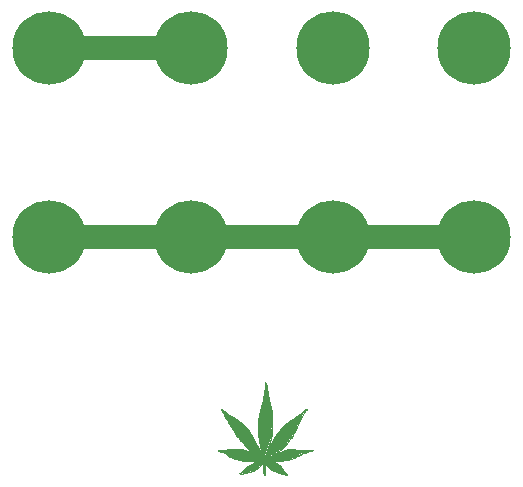
<source format=gbr>
G04 #@! TF.GenerationSoftware,KiCad,Pcbnew,(5.1.9-0-10_14)*
G04 #@! TF.CreationDate,2021-02-15T21:42:09-08:00*
G04 #@! TF.ProjectId,shatnoir,73686174-6e6f-4697-922e-6b696361645f,rev?*
G04 #@! TF.SameCoordinates,Original*
G04 #@! TF.FileFunction,Soldermask,Top*
G04 #@! TF.FilePolarity,Negative*
%FSLAX46Y46*%
G04 Gerber Fmt 4.6, Leading zero omitted, Abs format (unit mm)*
G04 Created by KiCad (PCBNEW (5.1.9-0-10_14)) date 2021-02-15 21:42:09*
%MOMM*%
%LPD*%
G01*
G04 APERTURE LIST*
%ADD10C,2.000000*%
%ADD11C,0.000002*%
%ADD12C,0.001000*%
%ADD13C,0.100000*%
%ADD14C,6.202000*%
G04 APERTURE END LIST*
D10*
X42750000Y-104750000D02*
X9500000Y-104750000D01*
X17750000Y-88750000D02*
X7750000Y-88750000D01*
D11*
X24441200Y-121010800D02*
X24455160Y-121297777D01*
X24745824Y-123152971D02*
X24680900Y-123022769D01*
X23980163Y-121647052D02*
X23969544Y-121627713D01*
X23969544Y-121627713D02*
X23960123Y-121610277D01*
X25019274Y-117390793D02*
X24994836Y-117595277D01*
X24587276Y-119447511D02*
X24585002Y-119455277D01*
X24487122Y-119969693D02*
X24485041Y-119985277D01*
X24502112Y-121791881D02*
X24504965Y-121813215D01*
X23307249Y-120684817D02*
X23220584Y-120601527D01*
X23220584Y-120601527D02*
X23142522Y-120531589D01*
X24509713Y-119817481D02*
X24506422Y-119836231D01*
X24617668Y-122422709D02*
X24619792Y-122432777D01*
X24157627Y-121975277D02*
X24149971Y-121961116D01*
X24149971Y-121961116D02*
X24140235Y-121943074D01*
X24784316Y-123078882D02*
X24797790Y-123142241D01*
X24460146Y-121374262D02*
X24462884Y-121410118D01*
X24632635Y-122487777D02*
X24636652Y-122503561D01*
X24636652Y-122503561D02*
X24641964Y-122524684D01*
X24507876Y-121835494D02*
X24510387Y-121855277D01*
X24688021Y-122705658D02*
X24711965Y-122797481D01*
X24711965Y-122797481D02*
X24729915Y-122865277D01*
X24514785Y-119785277D02*
X24512686Y-119799437D01*
X25064571Y-117113377D02*
X25042634Y-117232589D01*
X24450432Y-120347777D02*
X24439221Y-120585430D01*
X24569739Y-122208706D02*
X24588031Y-122292260D01*
X24604678Y-122369391D02*
X24607389Y-122380966D01*
X24489359Y-119951746D02*
X24487122Y-119969693D01*
X25042634Y-117232589D02*
X25019274Y-117390793D01*
X24506422Y-119836231D02*
X24503300Y-119852777D01*
X24588031Y-122292260D02*
X24591336Y-122306189D01*
X24625424Y-122458215D02*
X24629114Y-122473688D01*
X24629114Y-122473688D02*
X24632635Y-122487777D01*
X24729915Y-122865277D02*
X24762789Y-122990486D01*
X24762789Y-122990486D02*
X24784316Y-123078882D01*
X24485041Y-119985277D02*
X24476782Y-120053128D01*
X24512686Y-119799437D02*
X24509713Y-119817481D01*
X24503300Y-119852777D02*
X24500258Y-119869324D01*
X24467410Y-121458549D02*
X24470054Y-121487481D01*
X24691595Y-119077777D02*
X24672754Y-119140648D01*
X24525096Y-119724104D02*
X24514785Y-119785277D01*
X23702584Y-121173051D02*
X23576981Y-120992044D01*
X23576981Y-120992044D02*
X23457941Y-120843323D01*
X22712111Y-120198124D02*
X22590998Y-120115371D01*
X22590998Y-120115371D02*
X22500022Y-120057694D01*
X24529044Y-122705488D02*
X24400735Y-122449065D01*
X24547577Y-119615220D02*
X24525096Y-119724104D01*
X24839522Y-118534580D02*
X24774298Y-118790004D01*
X24476782Y-120053128D02*
X24466010Y-120160768D01*
X24246362Y-122142777D02*
X24219842Y-122092235D01*
X24219842Y-122092235D02*
X24196050Y-122047166D01*
X24474772Y-121542777D02*
X24479586Y-121596968D01*
X24492916Y-119920277D02*
X24491414Y-119934273D01*
X24500258Y-119869324D02*
X24497211Y-119888074D01*
X24504965Y-121813215D02*
X24507876Y-121835494D01*
X24591336Y-122306189D02*
X24594799Y-122321609D01*
X24196050Y-122047166D02*
X24175179Y-122007925D01*
X24175179Y-122007925D02*
X24157627Y-121975277D01*
X23998277Y-121679295D02*
X23990348Y-121665352D01*
X23990348Y-121665352D02*
X23980163Y-121647052D01*
X24585002Y-119455277D02*
X24571306Y-119506615D01*
X24466010Y-120160768D02*
X24456089Y-120270173D01*
X22949731Y-120371569D02*
X22838770Y-120288408D01*
X22838770Y-120288408D02*
X22712111Y-120198124D01*
X24641964Y-122524684D02*
X24647592Y-122547213D01*
X24647592Y-122547213D02*
X24652687Y-122567777D01*
X24510387Y-121855277D02*
X24524401Y-121953232D01*
X24465155Y-121435277D02*
X24467410Y-121458549D01*
X24614997Y-122411012D02*
X24617668Y-122422709D01*
X24932296Y-118060277D02*
X24891058Y-118296192D01*
X24602925Y-119386256D02*
X24596912Y-119410277D01*
X24891058Y-118296192D02*
X24839522Y-118534580D01*
X24455160Y-121297777D02*
X24457431Y-121334943D01*
X24597913Y-122336189D02*
X24600081Y-122347260D01*
X22500022Y-120057694D02*
X22488524Y-120050743D01*
X22488524Y-120050743D02*
X22471647Y-120040441D01*
X22471647Y-120040441D02*
X22452943Y-120028971D01*
X22452943Y-120028971D02*
X22435022Y-120017924D01*
X22435022Y-120017924D02*
X22410594Y-120003170D01*
X24486414Y-121663404D02*
X24493686Y-121728002D01*
X24524401Y-121953232D02*
X24546332Y-122082567D01*
X24774298Y-118790004D02*
X24691595Y-119077777D01*
X24612223Y-122399554D02*
X24614997Y-122411012D01*
X24620636Y-119320269D02*
X24610559Y-119357297D01*
X24602098Y-122357528D02*
X24604678Y-122369391D01*
X24472649Y-121517124D02*
X24474772Y-121542777D01*
X24546332Y-122082567D02*
X24569739Y-122208706D01*
X24640717Y-119248596D02*
X24634498Y-119270277D01*
X23142522Y-120531589D02*
X23091890Y-120488546D01*
X23091890Y-120488546D02*
X23034121Y-120440261D01*
X24596912Y-119410277D02*
X24593793Y-119422863D01*
X24497211Y-119888074D02*
X24494593Y-119906118D01*
X24439221Y-120585430D02*
X24436197Y-120790776D01*
X24652687Y-122567777D02*
X24665004Y-122616641D01*
X24665004Y-122616641D02*
X24688021Y-122705658D01*
X24672754Y-119140648D02*
X24655296Y-119199293D01*
X24594799Y-122321609D02*
X24597913Y-122336189D01*
X24948247Y-117952128D02*
X24932296Y-118060277D01*
X24966692Y-117818323D02*
X24948247Y-117952128D01*
X24983743Y-117688355D02*
X24966692Y-117818323D01*
X24462884Y-121410118D02*
X24465155Y-121435277D01*
X22410594Y-120003170D02*
X22365350Y-119976582D01*
X22365350Y-119976582D02*
X22312323Y-119945700D01*
X22312323Y-119945700D02*
X22257522Y-119914069D01*
X24436197Y-120790776D02*
X24441200Y-121010800D01*
X24457431Y-121334943D02*
X24460146Y-121374262D01*
X24027657Y-121734784D02*
X24015377Y-121711643D01*
X23457941Y-120843323D02*
X23390510Y-120769449D01*
X23390510Y-120769449D02*
X23307249Y-120684817D01*
X24994836Y-117595277D02*
X24983743Y-117688355D01*
X24680900Y-123022769D02*
X24617434Y-122892202D01*
X24617434Y-122892202D02*
X24570128Y-122794375D01*
X24619792Y-122432777D02*
X24622102Y-122443678D01*
X24622102Y-122443678D02*
X24625424Y-122458215D01*
X24610559Y-119357297D02*
X24602925Y-119386256D01*
X24590420Y-119435871D02*
X24587276Y-119447511D01*
X24493686Y-121728002D02*
X24499812Y-121775277D01*
X24570128Y-122794375D02*
X24530666Y-122712451D01*
X24607389Y-122380966D02*
X24609796Y-122390277D01*
X24058037Y-121791194D02*
X24041545Y-121760738D01*
X24041545Y-121760738D02*
X24027657Y-121734784D01*
X24655296Y-119199293D02*
X24640717Y-119248596D01*
X23034121Y-120440261D02*
X22980696Y-120396196D01*
X22980696Y-120396196D02*
X22949731Y-120371569D01*
X24609796Y-122390277D02*
X24612223Y-122399554D01*
X24593793Y-119422863D02*
X24590420Y-119435871D01*
X24400735Y-122449065D02*
X24286280Y-122220659D01*
X24286280Y-122220659D02*
X24246362Y-122142777D01*
X24494593Y-119906118D02*
X24492916Y-119920277D01*
X24571306Y-119506615D02*
X24547577Y-119615220D01*
X22257522Y-119914069D02*
X22012714Y-119769733D01*
X22012714Y-119769733D02*
X21843791Y-119660502D01*
X21843791Y-119660502D02*
X21698174Y-119552127D01*
X21698174Y-119552127D02*
X21533636Y-119414359D01*
X21533636Y-119414359D02*
X21480950Y-119369163D01*
X21480950Y-119369163D02*
X21433573Y-119330444D01*
X21433573Y-119330444D02*
X21393800Y-119299519D01*
X25225611Y-123637712D02*
X25198772Y-123631862D01*
X22285345Y-123431444D02*
X22349573Y-123456485D01*
X22349573Y-123456485D02*
X22413400Y-123479584D01*
X22413400Y-123479584D02*
X22477522Y-123501004D01*
X22477522Y-123501004D02*
X22494485Y-123506458D01*
X22494485Y-123506458D02*
X22512381Y-123512256D01*
X22512381Y-123512256D02*
X22528663Y-123517567D01*
X22528663Y-123517567D02*
X22540022Y-123521321D01*
X22540022Y-123521321D02*
X22549914Y-123524499D01*
X22549914Y-123524499D02*
X22561053Y-123527839D01*
X22561053Y-123527839D02*
X22571722Y-123530851D01*
X22571722Y-123530851D02*
X22580022Y-123532966D01*
X22580022Y-123532966D02*
X22589207Y-123535245D01*
X22589207Y-123535245D02*
X22603397Y-123538981D01*
X22603397Y-123538981D02*
X22619381Y-123543300D01*
X22619381Y-123543300D02*
X22635022Y-123547637D01*
X22635022Y-123547637D02*
X22737305Y-123574654D01*
X22737305Y-123574654D02*
X22854034Y-123602215D01*
X22854034Y-123602215D02*
X22971857Y-123627377D01*
X22971857Y-123627377D02*
X23077522Y-123647109D01*
X23077522Y-123647109D02*
X23184250Y-123664788D01*
X23184250Y-123664788D02*
X23281738Y-123679690D01*
X23281738Y-123679690D02*
X23364771Y-123691119D01*
X23364771Y-123691119D02*
X23425022Y-123697707D01*
X23425022Y-123697707D02*
X23636661Y-123715269D01*
X23636661Y-123715269D02*
X23781748Y-123723781D01*
X23781748Y-123723781D02*
X23908340Y-123726041D01*
X23908340Y-123726041D02*
X24053645Y-123723169D01*
X24053645Y-123723169D02*
X24118915Y-123720681D01*
X24118915Y-123720681D02*
X24181795Y-123717839D01*
X24181795Y-123717839D02*
X24235352Y-123715035D01*
X24235352Y-123715035D02*
X24263645Y-123712894D01*
X24263645Y-123712894D02*
X24365074Y-123703070D01*
X24365074Y-123703070D02*
X24430359Y-123696376D01*
X24430359Y-123696376D02*
X24474754Y-123691359D01*
X24474754Y-123691359D02*
X24499690Y-123687644D01*
X24499690Y-123687644D02*
X24510305Y-123685799D01*
X24510305Y-123685799D02*
X24519709Y-123684287D01*
X24519709Y-123684287D02*
X24527681Y-123683099D01*
X24530034Y-123686296D02*
X24468904Y-123705292D01*
X24468904Y-123705292D02*
X24403341Y-123724277D01*
X24403341Y-123724277D02*
X24347522Y-123738372D01*
X24347522Y-123738372D02*
X24320340Y-123745577D01*
X24320340Y-123745577D02*
X24263274Y-123763030D01*
X24263274Y-123763030D02*
X24206104Y-123781114D01*
X24206104Y-123781114D02*
X24171272Y-123793122D01*
X24171272Y-123793122D02*
X24159151Y-123797580D01*
X24159151Y-123797580D02*
X24144287Y-123803046D01*
X24144287Y-123803046D02*
X24129186Y-123808599D01*
X24129186Y-123808599D02*
X24116272Y-123813347D01*
X24116272Y-123813347D02*
X24095779Y-123821025D01*
X24095779Y-123821025D02*
X24079737Y-123827382D01*
X24079737Y-123827382D02*
X24059757Y-123835775D01*
X24059757Y-123835775D02*
X24020022Y-123852890D01*
X24020022Y-123852890D02*
X23982493Y-123869994D01*
X23982493Y-123869994D02*
X23926262Y-123897389D01*
X23926262Y-123897389D02*
X23870714Y-123925268D01*
X23870714Y-123925268D02*
X23836795Y-123943515D01*
X23836795Y-123943515D02*
X23730113Y-124007287D01*
X23730113Y-124007287D02*
X23630076Y-124073754D01*
X23630076Y-124073754D02*
X23530470Y-124147248D01*
X23530470Y-124147248D02*
X23425022Y-124232231D01*
X23425022Y-124232231D02*
X23400885Y-124252487D01*
X23400885Y-124252487D02*
X23380147Y-124270015D01*
X23380147Y-124270015D02*
X23362103Y-124285349D01*
X23358008Y-124289477D02*
X23343687Y-124302653D01*
X23343687Y-124302653D02*
X23327115Y-124317823D01*
X23327115Y-124317823D02*
X23307926Y-124335277D01*
X23307926Y-124335277D02*
X23263224Y-124376564D01*
X23263224Y-124376564D02*
X23226361Y-124412256D01*
X23226361Y-124412256D02*
X23190178Y-124449392D01*
X23190178Y-124449392D02*
X23147522Y-124495213D01*
X23147522Y-124495213D02*
X23122351Y-124522510D01*
X23122351Y-124522510D02*
X23086499Y-124561019D01*
X23086499Y-124561019D02*
X23047172Y-124603045D01*
X23047172Y-124603045D02*
X23009998Y-124642550D01*
X23009998Y-124642550D02*
X22927331Y-124731110D01*
X22930754Y-124801291D02*
X22946570Y-124798613D01*
X22946570Y-124798613D02*
X23006655Y-124786751D01*
X23006655Y-124786751D02*
X23069890Y-124774006D01*
X23069890Y-124774006D02*
X23126495Y-124762411D01*
X23126495Y-124762411D02*
X23150022Y-124757222D01*
X23150022Y-124757222D02*
X23160765Y-124754724D01*
X23160765Y-124754724D02*
X23174725Y-124751527D01*
X23174725Y-124751527D02*
X23189392Y-124748201D01*
X23189392Y-124748201D02*
X23202522Y-124745258D01*
X23202522Y-124745258D02*
X23222000Y-124740673D01*
X23222000Y-124740673D02*
X23273647Y-124727802D01*
X23273647Y-124727802D02*
X23335223Y-124712309D01*
X23335223Y-124712309D02*
X23402522Y-124695214D01*
X23402522Y-124695214D02*
X23468574Y-124678414D01*
X23468574Y-124678414D02*
X23526256Y-124663853D01*
X23526256Y-124663853D02*
X23575788Y-124651427D01*
X23575788Y-124651427D02*
X23585022Y-124649348D01*
X23620530Y-124640489D02*
X23714001Y-124612067D01*
X23714001Y-124612067D02*
X23806592Y-124583017D01*
X23806592Y-124583017D02*
X23862522Y-124563854D01*
X23862522Y-124563854D02*
X24020115Y-124500989D01*
X24020115Y-124500989D02*
X24160543Y-124434003D01*
X24160543Y-124434003D02*
X24293872Y-124357727D01*
X24293872Y-124357727D02*
X24430022Y-124266907D01*
X24522618Y-124193723D02*
X24621336Y-124101497D01*
X24621336Y-124101497D02*
X24719679Y-123996929D01*
X24719679Y-123996929D02*
X24811309Y-123886292D01*
X24811309Y-123886292D02*
X24824618Y-123869615D01*
X24824618Y-123869615D02*
X24836630Y-123855560D01*
X24836630Y-123855560D02*
X24847055Y-123844089D01*
X24852369Y-123844990D02*
X24853728Y-123879717D01*
X24853728Y-123879717D02*
X24854720Y-123923849D01*
X24854720Y-123923849D02*
X24855022Y-123984454D01*
X24855022Y-123984454D02*
X24855237Y-124058674D01*
X24855237Y-124058674D02*
X24855995Y-124172704D01*
X24855995Y-124172704D02*
X24857066Y-124301023D01*
X24857066Y-124301023D02*
X24858335Y-124426359D01*
X24858335Y-124426359D02*
X24861648Y-124726588D01*
X24861648Y-124726588D02*
X24938906Y-124804683D01*
X24938906Y-124804683D02*
X24969013Y-124834616D01*
X24969013Y-124834616D02*
X24995478Y-124859837D01*
X24995478Y-124859837D02*
X25018527Y-124881046D01*
X25033721Y-124862425D02*
X25035717Y-124719472D01*
X25035717Y-124719472D02*
X25037665Y-124558576D01*
X25037665Y-124558576D02*
X25039456Y-124369690D01*
X25039456Y-124369690D02*
X25041301Y-124181187D01*
X25041301Y-124181187D02*
X25043420Y-124021549D01*
X25043420Y-124021549D02*
X25045654Y-123878424D01*
X25066672Y-123882136D02*
X25079292Y-123906527D01*
X25350022Y-124260105D02*
X25399465Y-124300893D01*
X25399465Y-124300893D02*
X25452352Y-124341071D01*
X25452352Y-124341071D02*
X25502423Y-124376144D01*
X25502423Y-124376144D02*
X25542522Y-124400665D01*
X25542522Y-124400665D02*
X25552040Y-124406010D01*
X25552040Y-124406010D02*
X25565712Y-124413819D01*
X25565712Y-124413819D02*
X25584250Y-124424488D01*
X25584250Y-124424488D02*
X25610022Y-124439386D01*
X25610022Y-124439386D02*
X25646005Y-124458811D01*
X25646005Y-124458811D02*
X25714035Y-124492512D01*
X25714035Y-124492512D02*
X25784226Y-124526283D01*
X25784226Y-124526283D02*
X25835022Y-124549343D01*
X25835022Y-124549343D02*
X25881032Y-124568860D01*
X25881032Y-124568860D02*
X25964667Y-124603305D01*
X25964667Y-124603305D02*
X26059189Y-124642029D01*
X26064899Y-124643092D02*
X26069752Y-124644808D01*
X26069752Y-124644808D02*
X26075511Y-124647043D01*
X26075511Y-124647043D02*
X26081766Y-124649691D01*
X26081766Y-124649691D02*
X26089059Y-124652778D01*
X26089059Y-124652778D02*
X26098034Y-124656363D01*
X26098034Y-124656363D02*
X26107177Y-124659863D01*
X26107177Y-124659863D02*
X26115022Y-124662696D01*
X26115022Y-124662696D02*
X26122455Y-124665344D01*
X26122455Y-124665344D02*
X26130318Y-124668265D01*
X26130318Y-124668265D02*
X26137486Y-124671027D01*
X26137486Y-124671027D02*
X26142522Y-124673101D01*
X26198054Y-124693690D02*
X26285632Y-124719595D01*
X26285632Y-124719595D02*
X26397606Y-124749292D01*
X21076926Y-122815042D02*
X21108826Y-122824954D01*
X21108826Y-122824954D02*
X21326951Y-122896611D01*
X21633114Y-123046773D02*
X21811226Y-123169103D01*
X21811226Y-123169103D02*
X21848261Y-123195940D01*
X21848261Y-123195940D02*
X21882016Y-123220005D01*
X21882016Y-123220005D02*
X21910474Y-123239975D01*
X21920629Y-123246375D02*
X21927233Y-123250155D01*
X21927233Y-123250155D02*
X21934094Y-123254150D01*
X21934094Y-123254150D02*
X21940259Y-123257797D01*
X21940259Y-123257797D02*
X21944424Y-123260341D01*
X21944424Y-123260341D02*
X21949047Y-123263177D01*
X21949047Y-123263177D02*
X21957487Y-123268234D01*
X21957487Y-123268234D02*
X21967356Y-123274103D01*
X21967356Y-123274103D02*
X21977522Y-123280101D01*
X21977522Y-123280101D02*
X21987281Y-123285930D01*
X21987281Y-123285930D02*
X21995912Y-123291285D01*
X21995912Y-123291285D02*
X22003091Y-123295898D01*
X24010103Y-121700347D02*
X24004695Y-121690555D01*
X24004695Y-121690555D02*
X23998277Y-121679295D01*
X24014682Y-121708855D02*
X24010103Y-121700347D01*
X25244490Y-122906661D02*
X25240864Y-122915223D01*
X25240864Y-122915223D02*
X25237803Y-122923264D01*
X25237803Y-122923264D02*
X25235503Y-122930064D01*
X25234508Y-122936216D02*
X25232084Y-122942840D01*
X25232084Y-122942840D02*
X25228851Y-122950659D01*
X25228851Y-122950659D02*
X25225022Y-122958958D01*
X25225022Y-122958958D02*
X25221191Y-122967186D01*
X25221191Y-122967186D02*
X25217959Y-122974785D01*
X25217959Y-122974785D02*
X25215482Y-122981197D01*
X25214584Y-122986362D02*
X25212214Y-122992904D01*
X25212214Y-122992904D02*
X25209124Y-123000664D01*
X25209124Y-123000664D02*
X25205464Y-123009082D01*
X25205464Y-123009082D02*
X25200839Y-123019472D01*
X25200839Y-123019472D02*
X25194664Y-123033598D01*
X25194664Y-123033598D02*
X25188098Y-123048783D01*
X25188098Y-123048783D02*
X25182120Y-123062777D01*
X25182120Y-123062777D02*
X25162455Y-123105327D01*
X25155426Y-123084707D02*
X25172951Y-123031307D01*
X25172951Y-123031307D02*
X25180133Y-123010670D01*
X25180133Y-123010670D02*
X25186887Y-122990861D01*
X25186887Y-122990861D02*
X25192515Y-122974002D01*
X25192515Y-122974002D02*
X25195217Y-122965277D01*
X25195217Y-122965277D02*
X25198156Y-122955862D01*
X25198156Y-122955862D02*
X25205745Y-122933387D01*
X25205745Y-122933387D02*
X25214918Y-122906638D01*
X25214918Y-122906638D02*
X25224966Y-122877777D01*
X25224966Y-122877777D02*
X25249871Y-122805470D01*
X25249871Y-122805470D02*
X25282504Y-122708295D01*
X25282504Y-122708295D02*
X25313681Y-122614093D01*
X25313681Y-122614093D02*
X25330776Y-122560277D01*
X25330776Y-122560277D02*
X25335561Y-122544693D01*
X25335561Y-122544693D02*
X25341080Y-122526746D01*
X25341080Y-122526746D02*
X25346460Y-122509274D01*
X25346460Y-122509274D02*
X25350778Y-122495277D01*
X25350778Y-122495277D02*
X25367938Y-122437284D01*
X25367938Y-122437284D02*
X25397648Y-122331388D01*
X25397648Y-122331388D02*
X25427390Y-122223770D01*
X25427390Y-122223770D02*
X25436995Y-122185277D01*
X25436995Y-122185277D02*
X25438776Y-122177807D01*
X25438776Y-122177807D02*
X25441467Y-122167340D01*
X25441467Y-122167340D02*
X25444512Y-122155948D01*
X25444512Y-122155948D02*
X25447485Y-122145277D01*
X25447485Y-122145277D02*
X25478766Y-122021371D01*
X25478766Y-122021371D02*
X25521650Y-121819623D01*
X25521650Y-121819623D02*
X25561335Y-121617675D01*
X25561335Y-121617675D02*
X25580389Y-121495277D01*
X25580389Y-121495277D02*
X25582418Y-121479518D01*
X25582418Y-121479518D02*
X25584972Y-121461012D01*
X25584972Y-121461012D02*
X25587622Y-121442744D01*
X25587622Y-121442744D02*
X25589942Y-121427777D01*
X25589942Y-121427777D02*
X25592299Y-121412476D01*
X25592299Y-121412476D02*
X25595075Y-121393074D01*
X25595075Y-121393074D02*
X25597806Y-121372962D01*
X25597806Y-121372962D02*
X25600050Y-121355277D01*
X25600050Y-121355277D02*
X25602271Y-121337241D01*
X25602271Y-121337241D02*
X25604937Y-121316012D01*
X25604937Y-121316012D02*
X25607613Y-121295020D01*
X25607613Y-121295020D02*
X25609856Y-121277777D01*
X25609856Y-121277777D02*
X25618702Y-121204897D01*
X25618702Y-121204897D02*
X25629073Y-121107488D01*
X25629073Y-121107488D02*
X25638309Y-121013260D01*
X25638309Y-121013260D02*
X25642243Y-120960277D01*
D12*
X25642243Y-120960277D02*
X25656205Y-120680188D01*
X25656205Y-120680188D02*
X25663207Y-120473699D01*
D11*
X25663207Y-120473699D02*
X25664428Y-120311801D01*
X25664428Y-120311801D02*
X25659993Y-120175277D01*
X25659993Y-120175277D02*
X25649412Y-119996795D01*
X25649412Y-119996795D02*
X25641238Y-119873355D01*
X25641238Y-119873355D02*
X25633692Y-119777355D01*
X25633692Y-119777355D02*
X25625375Y-119690277D01*
X25625375Y-119690277D02*
X25613047Y-119582002D01*
X25613047Y-119582002D02*
X25598521Y-119470705D01*
X25598521Y-119470705D02*
X25583969Y-119371401D01*
X25583969Y-119371401D02*
X25572053Y-119305277D01*
X25572053Y-119305277D02*
X25568972Y-119289692D01*
X25568972Y-119289692D02*
X25565675Y-119271746D01*
X25565675Y-119271746D02*
X25562659Y-119254272D01*
X25562659Y-119254272D02*
X25560471Y-119240277D01*
X25560471Y-119240277D02*
X25547583Y-119167148D01*
X25547583Y-119167148D02*
X25520319Y-119039530D01*
X25520319Y-119039530D02*
X25491211Y-118911306D01*
X25491211Y-118911306D02*
X25470219Y-118830277D01*
X25470219Y-118830277D02*
X25468167Y-118822654D01*
X25468167Y-118822654D02*
X25465418Y-118811606D01*
X25465418Y-118811606D02*
X25462509Y-118799406D01*
X25462509Y-118799406D02*
X25459866Y-118787777D01*
X25459866Y-118787777D02*
X25457226Y-118776332D01*
X25457226Y-118776332D02*
X25454324Y-118764684D01*
X25454324Y-118764684D02*
X25451577Y-118754390D01*
X25451577Y-118754390D02*
X25449546Y-118747777D01*
X25449546Y-118747777D02*
X25438947Y-118712230D01*
X25438947Y-118712230D02*
X25406786Y-118586990D01*
X25406786Y-118586990D02*
X25374492Y-118458731D01*
X25374492Y-118458731D02*
X25349454Y-118355379D01*
X25349454Y-118355379D02*
X25312899Y-118191341D01*
X25312899Y-118191341D02*
X25282146Y-118033530D01*
X25282146Y-118033530D02*
X25250474Y-117845675D01*
X25250474Y-117845675D02*
X25209879Y-117580277D01*
X25209879Y-117580277D02*
X25207550Y-117564693D01*
X25207550Y-117564693D02*
X25204846Y-117546746D01*
X25204846Y-117546746D02*
X25202198Y-117529274D01*
X25202198Y-117529274D02*
X25200058Y-117515277D01*
X25200058Y-117515277D02*
X25197609Y-117498853D01*
X25197609Y-117498853D02*
X25193664Y-117471324D01*
X25193664Y-117471324D02*
X25189195Y-117439649D01*
X25189195Y-117439649D02*
X25184771Y-117407777D01*
X25184771Y-117407777D02*
X25166249Y-117280893D01*
X25166249Y-117280893D02*
X25149153Y-117180779D01*
X25149153Y-117180779D02*
X25133695Y-117104885D01*
X24307816Y-123255118D02*
X24313100Y-123259282D01*
X21352797Y-119337022D02*
X21362376Y-119372674D01*
X21362376Y-119372674D02*
X21375567Y-119410779D01*
X21390446Y-119444500D02*
X21394113Y-119452210D01*
X21394113Y-119452210D02*
X21397209Y-119459477D01*
X21397209Y-119459477D02*
X21399530Y-119465636D01*
X21402078Y-119477345D02*
X21462647Y-119600518D01*
X21462647Y-119600518D02*
X21517394Y-119710797D01*
X21517394Y-119710797D02*
X21546150Y-119765277D01*
X21546150Y-119765277D02*
X21556140Y-119783314D01*
X21556140Y-119783314D02*
X21567835Y-119804543D01*
X21567835Y-119804543D02*
X21579351Y-119825536D01*
X21579351Y-119825536D02*
X21588754Y-119842777D01*
X21588754Y-119842777D02*
X21610346Y-119881702D01*
X21610346Y-119881702D02*
X21668968Y-119985057D01*
X21668968Y-119985057D02*
X21727044Y-120087083D01*
X21727044Y-120087083D02*
X21756342Y-120137777D01*
X21756342Y-120137777D02*
X21760674Y-120145211D01*
X21760674Y-120145211D02*
X21765217Y-120153074D01*
X21765217Y-120153074D02*
X21769328Y-120160248D01*
X21769328Y-120160248D02*
X21772165Y-120165277D01*
X21772165Y-120165277D02*
X21797729Y-120209490D01*
X21797729Y-120209490D02*
X21867790Y-120326106D01*
X21867790Y-120326106D02*
X21937630Y-120441590D01*
X21937630Y-120441590D02*
X21980010Y-120510277D01*
X21980010Y-120510277D02*
X21992249Y-120529846D01*
X21992249Y-120529846D02*
X22024866Y-120582137D01*
X22024866Y-120582137D02*
X22063762Y-120644522D01*
X22063762Y-120644522D02*
X22106299Y-120712777D01*
X22106299Y-120712777D02*
X22150478Y-120783586D01*
X22150478Y-120783586D02*
X22194344Y-120853699D01*
X22194344Y-120853699D02*
X22232466Y-120914465D01*
X22232466Y-120914465D02*
X22255098Y-120950277D01*
X22255098Y-120950277D02*
X22273210Y-120978853D01*
X22273210Y-120978853D02*
X22293501Y-121011028D01*
X22293501Y-121011028D02*
X22312852Y-121041839D01*
X22312852Y-121041839D02*
X22327810Y-121065811D01*
X22327810Y-121065811D02*
X22392960Y-121168079D01*
X22392960Y-121168079D02*
X22503314Y-121336047D01*
X22503314Y-121336047D02*
X22615794Y-121505183D01*
X22615794Y-121505183D02*
X22692611Y-121617777D01*
X22692611Y-121617777D02*
X22743294Y-121689659D01*
X22743294Y-121689659D02*
X22798022Y-121765362D01*
X22798022Y-121765362D02*
X22850771Y-121836679D01*
X22850771Y-121836679D02*
X22895094Y-121894720D01*
X22895094Y-121894720D02*
X22912804Y-121917489D01*
X22912804Y-121917489D02*
X22930933Y-121940881D01*
X22930933Y-121940881D02*
X22947035Y-121961730D01*
X22947035Y-121961730D02*
X22957522Y-121975413D01*
X22957522Y-121975413D02*
X23126302Y-122181368D01*
X23126302Y-122181368D02*
X23331976Y-122403889D01*
X23331976Y-122403889D02*
X23560218Y-122628564D01*
X23560218Y-122628564D02*
X23797522Y-122841366D01*
X23797522Y-122841366D02*
X23846190Y-122882022D01*
X23846190Y-122882022D02*
X23955655Y-122971064D01*
X23955655Y-122971064D02*
X24076355Y-123068615D01*
X24076355Y-123068615D02*
X24186635Y-123156997D01*
X24186635Y-123156997D02*
X24285879Y-123236626D01*
X24269621Y-123239782D02*
X24152522Y-123162529D01*
X24152522Y-123162529D02*
X24094127Y-123124579D01*
X24094127Y-123124579D02*
X24029264Y-123083880D01*
X24029264Y-123083880D02*
X23967579Y-123046350D01*
X23967579Y-123046350D02*
X23920022Y-123018855D01*
X23920022Y-123018855D02*
X23908665Y-123012503D01*
X23908665Y-123012503D02*
X23892381Y-123003359D01*
X23892381Y-123003359D02*
X23874485Y-122993290D01*
X23874485Y-122993290D02*
X23857522Y-122983724D01*
X23857522Y-122983724D02*
X23807800Y-122957003D01*
X23807800Y-122957003D02*
X23722054Y-122913707D01*
X23722054Y-122913707D02*
X23636095Y-122871297D01*
X23636095Y-122871297D02*
X23587522Y-122848978D01*
X23587522Y-122848978D02*
X23514767Y-122818060D01*
X23514767Y-122818060D02*
X23462918Y-122797344D01*
X23462918Y-122797344D02*
X23411345Y-122778648D01*
X23411345Y-122778648D02*
X23340022Y-122754629D01*
X23340022Y-122754629D02*
X23238541Y-122723880D01*
X23238541Y-122723880D02*
X23134167Y-122697547D01*
X23134167Y-122697547D02*
X23037077Y-122677867D01*
X22013874Y-123304229D02*
X22096008Y-123345116D01*
X22096008Y-123345116D02*
X22172193Y-123382386D01*
X22172193Y-123382386D02*
X22220022Y-123404199D01*
X22220022Y-123404199D02*
X22285345Y-123431444D01*
X24499812Y-121775277D02*
X24502112Y-121791881D01*
X24491414Y-119934273D02*
X24489359Y-119951746D01*
X24456089Y-120270173D02*
X24450432Y-120347777D01*
X27644416Y-120961958D02*
X27666565Y-120914935D01*
X27666565Y-120914935D02*
X27705466Y-120832138D01*
X27705466Y-120832138D02*
X27752656Y-120731614D01*
X27752656Y-120731614D02*
X27804881Y-120620277D01*
X27804881Y-120620277D02*
X27815623Y-120597387D01*
X27815623Y-120597387D02*
X27826572Y-120574090D01*
X27826572Y-120574090D02*
X27836270Y-120553483D01*
X27836270Y-120553483D02*
X27842505Y-120540277D01*
X27842505Y-120540277D02*
X27863434Y-120495815D01*
X27863434Y-120495815D02*
X27898656Y-120420485D01*
X27898656Y-120420485D02*
X27933870Y-120344997D01*
X27933870Y-120344997D02*
X27948740Y-120312777D01*
X27948740Y-120312777D02*
X27957300Y-120294652D01*
X27957300Y-120294652D02*
X27982337Y-120243418D01*
X27982337Y-120243418D02*
X28012314Y-120182396D01*
X28012314Y-120182396D02*
X28045463Y-120115277D01*
X28045463Y-120115277D02*
X28148409Y-119910452D01*
X28148409Y-119910452D02*
X28213980Y-119789678D01*
X28213980Y-119789678D02*
X28274034Y-119693698D01*
X28274034Y-119693698D02*
X28351038Y-119585277D01*
X28351038Y-119585277D02*
X28391922Y-119531904D01*
X28391922Y-119531904D02*
X28445948Y-119464257D01*
X28445948Y-119464257D02*
X28499895Y-119398072D01*
X28526429Y-119370518D02*
X28545976Y-119346851D01*
X28545976Y-119346851D02*
X28565329Y-119322507D01*
X28565329Y-119322507D02*
X28577667Y-119305539D01*
X28549438Y-119287759D02*
X28492952Y-119323208D01*
X28492952Y-119323208D02*
X28437477Y-119359270D01*
X28437477Y-119359270D02*
X28397522Y-119387414D01*
X28397522Y-119387414D02*
X28385320Y-119396471D01*
X28385320Y-119396471D02*
X28368850Y-119408643D01*
X28368850Y-119408643D02*
X28351209Y-119421646D01*
X28351209Y-119421646D02*
X28335022Y-119433543D01*
X28335022Y-119433543D02*
X28314011Y-119449020D01*
X28314011Y-119449020D02*
X28276959Y-119476446D01*
X28276959Y-119476446D02*
X28233928Y-119508350D01*
X28233928Y-119508350D02*
X28190022Y-119540957D01*
X28190022Y-119540957D02*
X27968690Y-119704774D01*
X27968690Y-119704774D02*
X27820866Y-119812251D01*
X27820866Y-119812251D02*
X27697222Y-119899298D01*
X27697222Y-119899298D02*
X27562522Y-119990991D01*
X27562522Y-119990991D02*
X27517965Y-120020471D01*
X27517965Y-120020471D02*
X27456365Y-120060469D01*
X27456365Y-120060469D02*
X27389629Y-120103344D01*
X27389629Y-120103344D02*
X27327522Y-120142769D01*
X27327522Y-120142769D02*
X27148457Y-120256351D01*
X27148457Y-120256351D02*
X27046415Y-120323278D01*
X27046415Y-120323278D02*
X26967428Y-120378727D01*
X26967428Y-120378727D02*
X26880250Y-120444220D01*
X26880250Y-120444220D02*
X26777297Y-120530085D01*
X26777297Y-120530085D02*
X26646053Y-120652079D01*
X26646053Y-120652079D02*
X26513704Y-120783304D01*
X26513704Y-120783304D02*
X26405193Y-120900277D01*
X26405193Y-120900277D02*
X26380430Y-120928361D01*
X26380430Y-120928361D02*
X26357031Y-120954856D01*
X26357031Y-120954856D02*
X26337272Y-120977192D01*
X26337272Y-120977192D02*
X26327847Y-120987777D01*
X26893683Y-124846689D02*
X26877281Y-124823316D01*
X26877281Y-124823316D02*
X26862079Y-124803035D01*
X25385721Y-122560277D02*
X25383495Y-122565577D01*
X25383495Y-122565577D02*
X25379723Y-122573949D01*
X25379723Y-122573949D02*
X25375330Y-122583430D01*
X25375330Y-122583430D02*
X25370874Y-122592777D01*
X25370874Y-122592777D02*
X25366707Y-122601673D01*
X25366707Y-122601673D02*
X25363194Y-122609786D01*
X25363194Y-122609786D02*
X25360459Y-122616632D01*
X25359166Y-122623491D02*
X25352969Y-122638632D01*
X25352969Y-122638632D02*
X25343866Y-122659784D01*
X25343866Y-122659784D02*
X25329642Y-122691661D01*
X25329642Y-122691661D02*
X25325958Y-122700210D01*
X25325958Y-122700210D02*
X25322848Y-122708209D01*
X25322848Y-122708209D02*
X25320501Y-122714968D01*
X25319553Y-122720959D02*
X25317281Y-122727667D01*
X25317281Y-122727667D02*
X25314264Y-122735606D01*
X25314264Y-122735606D02*
X25310691Y-122744082D01*
X25310691Y-122744082D02*
X25306173Y-122754627D01*
X24634498Y-119270277D02*
X24620636Y-119320269D01*
X26862079Y-124803035D02*
X26851771Y-124789809D01*
X26851771Y-124789809D02*
X26837947Y-124772822D01*
X26837947Y-124772822D02*
X26794380Y-124720045D01*
X26794380Y-124720045D02*
X26719278Y-124626381D01*
X26719278Y-124626381D02*
X26658325Y-124544131D01*
X26658325Y-124544131D02*
X26593113Y-124447827D01*
X26593113Y-124447827D02*
X26501099Y-124304225D01*
X25306173Y-122754627D02*
X25300109Y-122769333D01*
X25300109Y-122769333D02*
X25293655Y-122785324D01*
X25293655Y-122785324D02*
X25287768Y-122800277D01*
X25287768Y-122800277D02*
X25274497Y-122834151D01*
X25274497Y-122834151D02*
X25263179Y-122862378D01*
X25263179Y-122862378D02*
X25253305Y-122886243D01*
X25253305Y-122886243D02*
X25244490Y-122906661D01*
X24140235Y-121943074D02*
X24130128Y-121924323D01*
X24130128Y-121924323D02*
X24121221Y-121907777D01*
X26397606Y-124749292D02*
X26534294Y-124782548D01*
X26534294Y-124782548D02*
X26614120Y-124802862D01*
X26614120Y-124802862D02*
X26685736Y-124824319D01*
X26685736Y-124824319D02*
X26751838Y-124847762D01*
X26751838Y-124847762D02*
X26815022Y-124874046D01*
X26815022Y-124874046D02*
X26846281Y-124887761D01*
X25464982Y-122380277D02*
X25447720Y-122418594D01*
X25447720Y-122418594D02*
X25420843Y-122479384D01*
X25420843Y-122479384D02*
X25393609Y-122541378D01*
X25393609Y-122541378D02*
X25385721Y-122560277D01*
X24094341Y-121858062D02*
X24075985Y-121824222D01*
X24075985Y-121824222D02*
X24058037Y-121791194D01*
X27620294Y-121014044D02*
X27627187Y-120998945D01*
X27627187Y-120998945D02*
X27635064Y-120981889D01*
X27635064Y-120981889D02*
X27644416Y-120961958D01*
X26327847Y-120987777D02*
X26284639Y-121038542D01*
X26284639Y-121038542D02*
X26217177Y-121123061D01*
X26217177Y-121123061D02*
X26146819Y-121213641D01*
X26146819Y-121213641D02*
X26089543Y-121290277D01*
X26089543Y-121290277D02*
X26029939Y-121374271D01*
X26029939Y-121374271D02*
X25962393Y-121473837D01*
X25962393Y-121473837D02*
X25899259Y-121570233D01*
X25899259Y-121570233D02*
X25854889Y-121642307D01*
X25854889Y-121642307D02*
X25850197Y-121650243D01*
X25850197Y-121650243D02*
X25839864Y-121667624D01*
X25839864Y-121667624D02*
X25827575Y-121688268D01*
X25827575Y-121688268D02*
X25814458Y-121710277D01*
X25814458Y-121710277D02*
X25800976Y-121732985D01*
X25800976Y-121732985D02*
X25787590Y-121755731D01*
X25787590Y-121755731D02*
X25775983Y-121775624D01*
X25775983Y-121775624D02*
X25769048Y-121787777D01*
X25769048Y-121787777D02*
X25759609Y-121804555D01*
X25759609Y-121804555D02*
X25749929Y-121821636D01*
X25749929Y-121821636D02*
X25738678Y-121841366D01*
X25738678Y-121841366D02*
X25724269Y-121866527D01*
X25724269Y-121866527D02*
X25683548Y-121941636D01*
X25683548Y-121941636D02*
X25596807Y-122112328D01*
X25596807Y-122112328D02*
X25511249Y-122283226D01*
X25511249Y-122283226D02*
X25464982Y-122380277D01*
X24121221Y-121907777D02*
X24110636Y-121888155D01*
X24110636Y-121888155D02*
X24094341Y-121858062D01*
X25184700Y-123617876D02*
X25226901Y-123618134D01*
X25657522Y-123650622D02*
X25813070Y-123657895D01*
X25813070Y-123657895D02*
X26086190Y-123659806D01*
X26086190Y-123659806D02*
X26358935Y-123658145D01*
X26358935Y-123658145D02*
X26492522Y-123650739D01*
X26492522Y-123650739D02*
X26528547Y-123647195D01*
X26528547Y-123647195D02*
X26566506Y-123643487D01*
X26566506Y-123643487D02*
X26601013Y-123640138D01*
X26601013Y-123640138D02*
X26625022Y-123637838D01*
X26625022Y-123637838D02*
X26745884Y-123623156D01*
X26745884Y-123623156D02*
X26883620Y-123600279D01*
X26883620Y-123600279D02*
X27020804Y-123572545D01*
X27020804Y-123572545D02*
X27140022Y-123543034D01*
X27140022Y-123543034D02*
X27213400Y-123522598D01*
X27213400Y-123522598D02*
X27252851Y-123510723D01*
X27252851Y-123510723D02*
X27292423Y-123497307D01*
X27292423Y-123497307D02*
X27367522Y-123470178D01*
X27367522Y-123470178D02*
X27458987Y-123435131D01*
X27458987Y-123435131D02*
X27533440Y-123402696D01*
X27533440Y-123402696D02*
X27618504Y-123360433D01*
X27618504Y-123360433D02*
X27752522Y-123289199D01*
X27752522Y-123289199D02*
X27862600Y-123232490D01*
X27862600Y-123232490D02*
X28003927Y-123164591D01*
X28003927Y-123164591D02*
X28149199Y-123098078D01*
X28149199Y-123098078D02*
X28272522Y-123045274D01*
X28272522Y-123045274D02*
X28419767Y-122988251D01*
X28419767Y-122988251D02*
X28598786Y-122925203D01*
X28598786Y-122925203D02*
X28773171Y-122868169D01*
X28773171Y-122868169D02*
X28902522Y-122831377D01*
X28902522Y-122831377D02*
X28938093Y-122821392D01*
X28938093Y-122821392D02*
X29000776Y-122801805D01*
X29000776Y-122801805D02*
X29065174Y-122781131D01*
X29075267Y-122733028D02*
X28946598Y-122730953D01*
X28946598Y-122730953D02*
X28760194Y-122728974D01*
X28760194Y-122728974D02*
X28422522Y-122726997D01*
X28422522Y-122726997D02*
X28166132Y-122725346D01*
X28166132Y-122725346D02*
X27937897Y-122723130D01*
X27937897Y-122723130D02*
X27745145Y-122720680D01*
X27745145Y-122720680D02*
X27692522Y-122718510D01*
X27692522Y-122718510D02*
X27657867Y-122716150D01*
X27657867Y-122716150D02*
X27615318Y-122713293D01*
X27615318Y-122713293D02*
X27572057Y-122710418D01*
X27572057Y-122710418D02*
X27535022Y-122707990D01*
X27535022Y-122707990D02*
X27498691Y-122705545D01*
X27498691Y-122705545D02*
X27457662Y-122702627D01*
X27457662Y-122702627D02*
X27418287Y-122699702D01*
X27418287Y-122699702D02*
X27387522Y-122697267D01*
X27387522Y-122697267D02*
X27353546Y-122695032D01*
X27353546Y-122695032D02*
X27301607Y-122692737D01*
X27301607Y-122692737D02*
X27243234Y-122690735D01*
X27243234Y-122690735D02*
X27186322Y-122689370D01*
X27186322Y-122689370D02*
X27105896Y-122688261D01*
X27105896Y-122688261D02*
X27061324Y-122688975D01*
X27061324Y-122688975D02*
X27025789Y-122691782D01*
X27025789Y-122691782D02*
X26983822Y-122697669D01*
X26983822Y-122697669D02*
X26924574Y-122708597D01*
X26924574Y-122708597D02*
X26863071Y-122722384D01*
X26863071Y-122722384D02*
X26801620Y-122738467D01*
X26801620Y-122738467D02*
X26742522Y-122756289D01*
X26742522Y-122756289D02*
X26707932Y-122767769D01*
X26707932Y-122767769D02*
X26678135Y-122778359D01*
X26678135Y-122778359D02*
X26643337Y-122791611D01*
X26643337Y-122791611D02*
X26590022Y-122812680D01*
X26590022Y-122812680D02*
X26483653Y-122856658D01*
X26483653Y-122856658D02*
X26345333Y-122916903D01*
X26345333Y-122916903D02*
X26194502Y-122984657D01*
X26194502Y-122984657D02*
X26047522Y-123052733D01*
X26047522Y-123052733D02*
X25999694Y-123075132D01*
X25999694Y-123075132D02*
X25931774Y-123106749D01*
X25931774Y-123106749D02*
X25865354Y-123137574D01*
X25865354Y-123137574D02*
X25830022Y-123153816D01*
X25830022Y-123153816D02*
X25796707Y-123169148D01*
X25796707Y-123169148D02*
X25761702Y-123185535D01*
X25761702Y-123185535D02*
X25719936Y-123205361D01*
X25719936Y-123205361D02*
X25665022Y-123231661D01*
X25665022Y-123231661D02*
X25636247Y-123245444D01*
X25636247Y-123245444D02*
X25605600Y-123260054D01*
X25605600Y-123260054D02*
X25577497Y-123273393D01*
X25577497Y-123273393D02*
X25557522Y-123282798D01*
X25557522Y-123282798D02*
X25538478Y-123291750D01*
X25538478Y-123291750D02*
X25513850Y-123303400D01*
X25513850Y-123303400D02*
X25488044Y-123315656D01*
X25488044Y-123315656D02*
X25465022Y-123326643D01*
X25465022Y-123326643D02*
X25396972Y-123358528D01*
X25396972Y-123358528D02*
X25328992Y-123389023D01*
X25328992Y-123389023D02*
X25268149Y-123415366D01*
X25284097Y-123372337D02*
X25291782Y-123368359D01*
X25291782Y-123368359D02*
X25306062Y-123360749D01*
X25306062Y-123360749D02*
X25322766Y-123351769D01*
X25322766Y-123351769D02*
X25340022Y-123342411D01*
X25340022Y-123342411D02*
X25359541Y-123331825D01*
X25359541Y-123331825D02*
X25383256Y-123319049D01*
X25383256Y-123319049D02*
X25407210Y-123306206D01*
X25407210Y-123306206D02*
X25427522Y-123295384D01*
X25427522Y-123295384D02*
X25846530Y-123058868D01*
X25846530Y-123058868D02*
X26202444Y-122826945D01*
X26202444Y-122826945D02*
X26512462Y-122588051D01*
X26792561Y-122330767D02*
X26929379Y-122185115D01*
X26929379Y-122185115D02*
X27060765Y-122028716D01*
X27060765Y-122028716D02*
X27176513Y-121874537D01*
X27265538Y-121736076D02*
X27272630Y-121723921D01*
X27272630Y-121723921D02*
X27279895Y-121711546D01*
X27279895Y-121711546D02*
X27286359Y-121700601D01*
X27286359Y-121700601D02*
X27290563Y-121693576D01*
X27290563Y-121693576D02*
X27301117Y-121675799D01*
X27301117Y-121675799D02*
X27312309Y-121656309D01*
X27312309Y-121656309D02*
X27323008Y-121637116D01*
X27323008Y-121637116D02*
X27332041Y-121620277D01*
X27332041Y-121620277D02*
X27336238Y-121612435D01*
X27336238Y-121612435D02*
X27340177Y-121605418D01*
X27340177Y-121605418D02*
X27343588Y-121599615D01*
X27347730Y-121593998D02*
X27376801Y-121534980D01*
X27376801Y-121534980D02*
X27404537Y-121478174D01*
X27404537Y-121478174D02*
X27427442Y-121430277D01*
X27427442Y-121430277D02*
X27477758Y-121323339D01*
X27477758Y-121323339D02*
X27520677Y-121231421D01*
X27520677Y-121231421D02*
X27559292Y-121148297D01*
X27560385Y-121143329D02*
X27568834Y-121124951D01*
X27568834Y-121124951D02*
X27578521Y-121104146D01*
X27578521Y-121104146D02*
X27590022Y-121079870D01*
X27590022Y-121079870D02*
X27601523Y-121055632D01*
X27601523Y-121055632D02*
X27611209Y-121034952D01*
X27611209Y-121034952D02*
X27619743Y-121016562D01*
X24600081Y-122347260D02*
X24602098Y-122357528D01*
X26000085Y-123874987D02*
X25952079Y-123851930D01*
X25952079Y-123851930D02*
X25904637Y-123830487D01*
X25904637Y-123830487D02*
X25858649Y-123811046D01*
X25858649Y-123811046D02*
X25815022Y-123794009D01*
X25815022Y-123794009D02*
X25681550Y-123747366D01*
X25681550Y-123747366D02*
X25542223Y-123704860D01*
X25542223Y-123704860D02*
X25415850Y-123671576D01*
X25327522Y-123655429D02*
X25301820Y-123651668D01*
X25301820Y-123651668D02*
X25263811Y-123644985D01*
X25263811Y-123644985D02*
X25225611Y-123637712D01*
X23960123Y-121610277D02*
X23831364Y-121380665D01*
X23831364Y-121380665D02*
X23702584Y-121173051D01*
X25226901Y-123618134D02*
X25278512Y-123620402D01*
X25278512Y-123620402D02*
X25340022Y-123625579D01*
X25340022Y-123625579D02*
X25374606Y-123628849D01*
X25374606Y-123628849D02*
X25414584Y-123632326D01*
X25414584Y-123632326D02*
X25453615Y-123635486D01*
X25453615Y-123635486D02*
X25485022Y-123637755D01*
X25485022Y-123637755D02*
X25518194Y-123640058D01*
X25518194Y-123640058D02*
X25563537Y-123643388D01*
X25563537Y-123643388D02*
X25612378Y-123647086D01*
X25612378Y-123647086D02*
X25657522Y-123650622D01*
X24470054Y-121487481D02*
X24472649Y-121517124D01*
X22958715Y-122667713D02*
X22937771Y-122665819D01*
X22937771Y-122665819D02*
X22919388Y-122663775D01*
X22919388Y-122663775D02*
X22903889Y-122661762D01*
X22891324Y-122658069D02*
X22717753Y-122663052D01*
X22717753Y-122663052D02*
X22542892Y-122668843D01*
X22542892Y-122668843D02*
X22375022Y-122675821D01*
X22375022Y-122675821D02*
X22303746Y-122679104D01*
X22303746Y-122679104D02*
X22228084Y-122682592D01*
X22228084Y-122682592D02*
X22158893Y-122685783D01*
X22158893Y-122685783D02*
X22110022Y-122688039D01*
X22110022Y-122688039D02*
X22002731Y-122693949D01*
X22002731Y-122693949D02*
X21894548Y-122701810D01*
X21894548Y-122701810D02*
X21795588Y-122710763D01*
X21795588Y-122710763D02*
X21717522Y-122719967D01*
X21717522Y-122719967D02*
X21635946Y-122730142D01*
X21635946Y-122730142D02*
X21555159Y-122738329D01*
X21555159Y-122738329D02*
X21464250Y-122745535D01*
X21464250Y-122745535D02*
X21350810Y-122752773D01*
X21350810Y-122752773D02*
X21249523Y-122759059D01*
X21249523Y-122759059D02*
X21175382Y-122764579D01*
X21175382Y-122764579D02*
X21119176Y-122769928D01*
X21119176Y-122769928D02*
X21076272Y-122775641D01*
X24479586Y-121596968D02*
X24486414Y-121663404D01*
D13*
G36*
X25000000Y-123284100D02*
G01*
X24788862Y-123477775D01*
X25007937Y-123573025D01*
X25758825Y-124115950D01*
X25577850Y-124211200D01*
X25000000Y-123754000D01*
X25012700Y-124846200D01*
X24898400Y-124706500D01*
X24892050Y-123817500D01*
X24936500Y-123817500D01*
X24555500Y-123601600D01*
X24269750Y-123449200D01*
X24434850Y-123169800D01*
X25000000Y-123284100D01*
G37*
X25000000Y-123284100D02*
X24788862Y-123477775D01*
X25007937Y-123573025D01*
X25758825Y-124115950D01*
X25577850Y-124211200D01*
X25000000Y-123754000D01*
X25012700Y-124846200D01*
X24898400Y-124706500D01*
X24892050Y-123817500D01*
X24936500Y-123817500D01*
X24555500Y-123601600D01*
X24269750Y-123449200D01*
X24434850Y-123169800D01*
X25000000Y-123284100D01*
G36*
X23002925Y-122703075D02*
G01*
X23339475Y-122798325D01*
X23603000Y-122890400D01*
X24301500Y-123296800D01*
X24331980Y-123324740D01*
X24339600Y-123309500D01*
X24339600Y-123322200D01*
X24331980Y-123324740D01*
X24250700Y-123487300D01*
X24644400Y-123627000D01*
X24434850Y-123652400D01*
X24041150Y-123677800D01*
X23564900Y-123677800D01*
X23120400Y-123614300D01*
X22637800Y-123500000D01*
X22244100Y-123385700D01*
X21837700Y-123157100D01*
X21520200Y-122928500D01*
X21113800Y-122801500D01*
X21761500Y-122750700D01*
X22294900Y-122712600D01*
X22758450Y-122706250D01*
X23002925Y-122703075D01*
G37*
X23002925Y-122703075D02*
X23339475Y-122798325D01*
X23603000Y-122890400D01*
X24301500Y-123296800D01*
X24331980Y-123324740D01*
X24339600Y-123309500D01*
X24339600Y-123322200D01*
X24331980Y-123324740D01*
X24250700Y-123487300D01*
X24644400Y-123627000D01*
X24434850Y-123652400D01*
X24041150Y-123677800D01*
X23564900Y-123677800D01*
X23120400Y-123614300D01*
X22637800Y-123500000D01*
X22244100Y-123385700D01*
X21837700Y-123157100D01*
X21520200Y-122928500D01*
X21113800Y-122801500D01*
X21761500Y-122750700D01*
X22294900Y-122712600D01*
X22758450Y-122706250D01*
X23002925Y-122703075D01*
G36*
X21596400Y-119524900D02*
G01*
X21913900Y-119766200D01*
X22479050Y-120083700D01*
X23075950Y-120515500D01*
X23450600Y-120896500D01*
X23850650Y-121461650D01*
X24447550Y-122642750D01*
X24746000Y-123207900D01*
X24758700Y-123220600D01*
X24428500Y-123246000D01*
X24326900Y-123195200D01*
X23971300Y-122947550D01*
X23564900Y-122579250D01*
X23234700Y-122230000D01*
X22879100Y-121798200D01*
X22599700Y-121379100D01*
X22409200Y-121125100D01*
X22155200Y-120667900D01*
X21901200Y-120299600D01*
X21659900Y-119880500D01*
X21380500Y-119321700D01*
X21596400Y-119524900D01*
G37*
X21596400Y-119524900D02*
X21913900Y-119766200D01*
X22479050Y-120083700D01*
X23075950Y-120515500D01*
X23450600Y-120896500D01*
X23850650Y-121461650D01*
X24447550Y-122642750D01*
X24746000Y-123207900D01*
X24758700Y-123220600D01*
X24428500Y-123246000D01*
X24326900Y-123195200D01*
X23971300Y-122947550D01*
X23564900Y-122579250D01*
X23234700Y-122230000D01*
X22879100Y-121798200D01*
X22599700Y-121379100D01*
X22409200Y-121125100D01*
X22155200Y-120667900D01*
X21901200Y-120299600D01*
X21659900Y-119880500D01*
X21380500Y-119321700D01*
X21596400Y-119524900D01*
G36*
X25215900Y-117950100D02*
G01*
X25317500Y-118432700D01*
X25431800Y-118889900D01*
X25514350Y-119220100D01*
X25577850Y-119601100D01*
X25622300Y-120121800D01*
X25622300Y-120655200D01*
X25571500Y-121239400D01*
X25508000Y-121760100D01*
X25365125Y-122255400D01*
X25066675Y-123271400D01*
X24853950Y-123220600D01*
X24619000Y-122306200D01*
X24445962Y-121442600D01*
X24461837Y-120655200D01*
X24514225Y-119994800D01*
X24676150Y-119220100D01*
X24911100Y-118407300D01*
X25038100Y-117632600D01*
X25101600Y-117111900D01*
X25215900Y-117950100D01*
G37*
X25215900Y-117950100D02*
X25317500Y-118432700D01*
X25431800Y-118889900D01*
X25514350Y-119220100D01*
X25577850Y-119601100D01*
X25622300Y-120121800D01*
X25622300Y-120655200D01*
X25571500Y-121239400D01*
X25508000Y-121760100D01*
X25365125Y-122255400D01*
X25066675Y-123271400D01*
X24853950Y-123220600D01*
X24619000Y-122306200D01*
X24445962Y-121442600D01*
X24461837Y-120655200D01*
X24514225Y-119994800D01*
X24676150Y-119220100D01*
X24911100Y-118407300D01*
X25038100Y-117632600D01*
X25101600Y-117111900D01*
X25215900Y-117950100D01*
G36*
X28060700Y-120083700D02*
G01*
X27819400Y-120579000D01*
X27616200Y-121036200D01*
X27355850Y-121556900D01*
X27082800Y-121912500D01*
X26771650Y-122325250D01*
X26301750Y-122718950D01*
X25800100Y-123055500D01*
X24695200Y-123652400D01*
X24720600Y-123322200D01*
X25025400Y-123271400D01*
X25273050Y-122833250D01*
X25488950Y-122369700D01*
X25654050Y-122039500D01*
X25838200Y-121747400D01*
X26003300Y-121429900D01*
X26282700Y-121074300D01*
X26562100Y-120756800D01*
X26892300Y-120464700D01*
X27235200Y-120236100D01*
X27616200Y-119982100D01*
X28009900Y-119715400D01*
X28543300Y-119321700D01*
X28060700Y-120083700D01*
G37*
X28060700Y-120083700D02*
X27819400Y-120579000D01*
X27616200Y-121036200D01*
X27355850Y-121556900D01*
X27082800Y-121912500D01*
X26771650Y-122325250D01*
X26301750Y-122718950D01*
X25800100Y-123055500D01*
X24695200Y-123652400D01*
X24720600Y-123322200D01*
X25025400Y-123271400D01*
X25273050Y-122833250D01*
X25488950Y-122369700D01*
X25654050Y-122039500D01*
X25838200Y-121747400D01*
X26003300Y-121429900D01*
X26282700Y-121074300D01*
X26562100Y-120756800D01*
X26892300Y-120464700D01*
X27235200Y-120236100D01*
X27616200Y-119982100D01*
X28009900Y-119715400D01*
X28543300Y-119321700D01*
X28060700Y-120083700D01*
G36*
X28073400Y-122738000D02*
G01*
X28505200Y-122763400D01*
X29083207Y-122773943D01*
X28403600Y-122928500D01*
X27971800Y-123119000D01*
X27628900Y-123334900D01*
X27209800Y-123500000D01*
X26676400Y-123588900D01*
X26231900Y-123614300D01*
X25654050Y-123595250D01*
X25076200Y-123576200D01*
X25012700Y-123500000D01*
X25228600Y-123436500D01*
X25235585Y-123385700D01*
X25551815Y-123258700D01*
X26085850Y-123030100D01*
X26638300Y-122826900D01*
X27032000Y-122712600D01*
X27476500Y-122712600D01*
X28073400Y-122738000D01*
G37*
X28073400Y-122738000D02*
X28505200Y-122763400D01*
X29083207Y-122773943D01*
X28403600Y-122928500D01*
X27971800Y-123119000D01*
X27628900Y-123334900D01*
X27209800Y-123500000D01*
X26676400Y-123588900D01*
X26231900Y-123614300D01*
X25654050Y-123595250D01*
X25076200Y-123576200D01*
X25012700Y-123500000D01*
X25228600Y-123436500D01*
X25235585Y-123385700D01*
X25551815Y-123258700D01*
X26085850Y-123030100D01*
X26638300Y-122826900D01*
X27032000Y-122712600D01*
X27476500Y-122712600D01*
X28073400Y-122738000D01*
G36*
X24866650Y-123766700D02*
G01*
X24498350Y-124198500D01*
X24060200Y-124471550D01*
X23679200Y-124611250D01*
X22929900Y-124776350D01*
X23412500Y-124249300D01*
X23806200Y-123982600D01*
X24174500Y-123779400D01*
X24644400Y-123703200D01*
X24669800Y-123703200D01*
X24866650Y-123766700D01*
G37*
X24866650Y-123766700D02*
X24498350Y-124198500D01*
X24060200Y-124471550D01*
X23679200Y-124611250D01*
X22929900Y-124776350D01*
X23412500Y-124249300D01*
X23806200Y-123982600D01*
X24174500Y-123779400D01*
X24644400Y-123703200D01*
X24669800Y-123703200D01*
X24866650Y-123766700D01*
G36*
X25660400Y-123747650D02*
G01*
X26212850Y-124027050D01*
X26539875Y-124354075D01*
X26674813Y-124584263D01*
X26906588Y-124854138D01*
X26600200Y-124770000D01*
X26346200Y-124693800D01*
X26168400Y-124630300D01*
X25793750Y-124496950D01*
X25434975Y-124303275D01*
X25174625Y-124017525D01*
X25050800Y-123855600D01*
X25114300Y-123893700D01*
X25088900Y-123830200D01*
X25152400Y-123658750D01*
X25660400Y-123747650D01*
G37*
X25660400Y-123747650D02*
X26212850Y-124027050D01*
X26539875Y-124354075D01*
X26674813Y-124584263D01*
X26906588Y-124854138D01*
X26600200Y-124770000D01*
X26346200Y-124693800D01*
X26168400Y-124630300D01*
X25793750Y-124496950D01*
X25434975Y-124303275D01*
X25174625Y-124017525D01*
X25050800Y-123855600D01*
X25114300Y-123893700D01*
X25088900Y-123830200D01*
X25152400Y-123658750D01*
X25660400Y-123747650D01*
D11*
X21060628Y-122785206D02*
G75*
G02*
X21062745Y-122780474I8833J-1112D01*
G01*
X21062745Y-122780475D02*
G75*
G02*
X21067170Y-122777659I6961J-6056D01*
G01*
X21067171Y-122777659D02*
G75*
G02*
X21076272Y-122775641I21302J-74534D01*
G01*
X22891324Y-122658069D02*
G75*
G02*
X22900393Y-122660507I462J-16364D01*
G01*
X22903889Y-122661762D02*
G75*
G02*
X22900393Y-122660507I1209J8867D01*
G01*
X25327522Y-123655429D02*
G75*
G02*
X25415850Y-123671576I-96572J-777952D01*
G01*
X26000085Y-123874988D02*
G75*
G02*
X26152408Y-123962179I-639105J-1293158D01*
G01*
X27620021Y-121015299D02*
G75*
G02*
X27619743Y-121016562I-3003J0D01*
G01*
X27560021Y-121144995D02*
G75*
G02*
X27560385Y-121143329I3995J0D01*
G01*
X27560021Y-121144995D02*
G75*
G02*
X27559292Y-121148297I-7840J0D01*
G01*
X27347731Y-121593997D02*
G75*
G02*
X27345022Y-121597777I-12801J6311D01*
G01*
X27343589Y-121599614D02*
G75*
G02*
X27345022Y-121597777I8150J-4881D01*
G01*
X27265539Y-121736076D02*
G75*
G02*
X27176513Y-121874537I-1594117J927112D01*
G01*
X26792561Y-122330767D02*
G75*
G02*
X26512462Y-122588051I-2992746J2977019D01*
G01*
X25267847Y-123382144D02*
G75*
G02*
X25284097Y-123372337I73169J-102870D01*
G01*
X25251467Y-123395234D02*
G75*
G02*
X25267847Y-123382145I125077J-139731D01*
G01*
X25238112Y-123408375D02*
G75*
G02*
X25251467Y-123395234I145858J-134885D01*
G01*
X25235021Y-123416267D02*
G75*
G02*
X25238111Y-123408375I11624J0D01*
G01*
X25235871Y-123419781D02*
G75*
G02*
X25235022Y-123416267I6849J3514D01*
G01*
X25238155Y-123421737D02*
G75*
G02*
X25235870Y-123419780I1247J3768D01*
G01*
X25242397Y-123422198D02*
G75*
G02*
X25238155Y-123421737I-1044J10127D01*
G01*
X25249641Y-123421103D02*
G75*
G02*
X25242398Y-123422199I-15184J75919D01*
G01*
X25268149Y-123415366D02*
G75*
G02*
X25249641Y-123421104I-36945J86448D01*
G01*
X29075267Y-122733028D02*
G75*
G02*
X29088772Y-122736729I-500J-28318D01*
G01*
X29088772Y-122736728D02*
G75*
G02*
X29097766Y-122745160I-13045J-22929D01*
G01*
X29097766Y-122745160D02*
G75*
G02*
X29100023Y-122755412I-12281J-8079D01*
G01*
X29100023Y-122755413D02*
G75*
G02*
X29094871Y-122765674I-18220J2725D01*
G01*
X29094870Y-122765673D02*
G75*
G02*
X29083207Y-122773943I-29662J29474D01*
G01*
X29083208Y-122773944D02*
G75*
G02*
X29065174Y-122781131I-63623J133418D01*
G01*
X25180021Y-123622584D02*
G75*
G02*
X25184700Y-123617876I4709J-1D01*
G01*
X25181145Y-123624719D02*
G75*
G02*
X25180022Y-123622585I1466J2134D01*
G01*
X25185529Y-123627293D02*
G75*
G02*
X25181144Y-123624719I15819J31971D01*
G01*
X27620022Y-121015299D02*
G75*
G02*
X27620294Y-121014044I3026J0D01*
G01*
X26912904Y-124882618D02*
G75*
G02*
X26912962Y-124890934I-10582J-4233D01*
G01*
X26912961Y-124890934D02*
G75*
G02*
X26910571Y-124893771I-5287J2029D01*
G01*
X26910571Y-124893771D02*
G75*
G02*
X26905675Y-124895933I-11328J19028D01*
G01*
X26905675Y-124895934D02*
G75*
G02*
X26898837Y-124897326I-10822J35655D01*
G01*
X26898838Y-124897325D02*
G75*
G02*
X26890414Y-124897777I-8424J78322D01*
G01*
X26890414Y-124897778D02*
G75*
G02*
X26875921Y-124896825I0J110737D01*
G01*
X26875921Y-124896825D02*
G75*
G02*
X26863016Y-124893965I9971J75534D01*
G01*
X26863016Y-124893965D02*
G75*
G02*
X26846281Y-124887761I53575J170197D01*
G01*
X26152408Y-123962178D02*
G75*
G02*
X26290509Y-124065987I-743206J-1132487D01*
G01*
X26290509Y-124065987D02*
G75*
G02*
X26408604Y-124181641I-808447J-943632D01*
G01*
X26408604Y-124181641D02*
G75*
G02*
X26501099Y-124304225I-691614J-618042D01*
G01*
X25320021Y-122717966D02*
G75*
G02*
X25319553Y-122720959I-9805J0D01*
G01*
X25320021Y-122717965D02*
G75*
G02*
X25320501Y-122714968I9600J-1D01*
G01*
X25360007Y-122619082D02*
G75*
G02*
X25359166Y-122623491I-11749J-43D01*
G01*
X25360007Y-122619082D02*
G75*
G02*
X25360459Y-122616632I6738J25D01*
G01*
X26893683Y-124846690D02*
G75*
G02*
X26905528Y-124866666I-194982J-129113D01*
G01*
X26905528Y-124866666D02*
G75*
G02*
X26912903Y-124882618I-148143J-78170D01*
G01*
X28549438Y-119287760D02*
G75*
G02*
X28564761Y-119281269I28471J-45884D01*
G01*
X28564761Y-119281268D02*
G75*
G02*
X28577504Y-119279947I10974J-43717D01*
G01*
X28577504Y-119279947D02*
G75*
G02*
X28584070Y-119284069I-305J-7776D01*
G01*
X28584070Y-119284070D02*
G75*
G02*
X28584527Y-119292656I-8997J-4784D01*
G01*
X28584527Y-119292655D02*
G75*
G02*
X28577667Y-119305539I-63438J25510D01*
G01*
X28526429Y-119370517D02*
G75*
G02*
X28516963Y-119380277I-72727J61071D01*
G01*
X28499895Y-119398072D02*
G75*
G02*
X28516963Y-119380277I123500J-101373D01*
G01*
X22958715Y-122667712D02*
G75*
G02*
X23037077Y-122677867I-68767J-838110D01*
G01*
X24284217Y-123242895D02*
G75*
G02*
X24269621Y-123239782I-3296J20324D01*
G01*
X24285880Y-123236626D02*
G75*
G02*
X24284217Y-123242894I-2231J-2763D01*
G01*
X21402079Y-119477345D02*
G75*
G02*
X21400022Y-119468491I18028J8854D01*
G01*
X21399530Y-119465636D02*
G75*
G02*
X21400022Y-119468491I-8045J-2855D01*
G01*
X21390446Y-119444500D02*
G75*
G02*
X21375567Y-119410779I353949J176315D01*
G01*
X21352798Y-119337021D02*
G75*
G02*
X21350022Y-119312709I105091J24312D01*
G01*
X21350022Y-119312709D02*
G75*
G02*
X21352313Y-119301889I26694J0D01*
G01*
X21352313Y-119301889D02*
G75*
G02*
X21358734Y-119293767I19006J-8428D01*
G01*
X21358734Y-119293767D02*
G75*
G02*
X21368045Y-119289963I11741J-15439D01*
G01*
X21368045Y-119289963D02*
G75*
G02*
X21378409Y-119291121I2783J-22042D01*
G01*
X24299378Y-123249505D02*
G75*
G02*
X24307816Y-123255118I-42084J-72409D01*
G01*
X24293690Y-123248010D02*
G75*
G02*
X24299378Y-123249505I137J-11046D01*
G01*
X24292163Y-123250169D02*
G75*
G02*
X24293690Y-123248010I1547J525D01*
G01*
X24295021Y-123255277D02*
G75*
G02*
X24292163Y-123250169I12406J10295D01*
G01*
X24298004Y-123258135D02*
G75*
G02*
X24295022Y-123255277I10995J14458D01*
G01*
X24301808Y-123260528D02*
G75*
G02*
X24298004Y-123258136I11528J22553D01*
G01*
X24305813Y-123262133D02*
G75*
G02*
X24301808Y-123260528I6762J22671D01*
G01*
X24309384Y-123262619D02*
G75*
G02*
X24305813Y-123262133I-229J11691D01*
G01*
X24313439Y-123262263D02*
G75*
G02*
X24309384Y-123262618I-4642J29680D01*
G01*
X24314221Y-123261131D02*
G75*
G02*
X24313438Y-123262263I-929J-194D01*
G01*
X24313100Y-123259282D02*
G75*
G02*
X24314221Y-123261131I-2062J-2515D01*
G01*
X25082574Y-117069496D02*
G75*
G02*
X25091771Y-117060571I24520J-16067D01*
G01*
X25091771Y-117060571D02*
G75*
G02*
X25102879Y-117057745I10107J-16484D01*
G01*
X25102879Y-117057745D02*
G75*
G02*
X25113607Y-117061707I-996J-19203D01*
G01*
X25113606Y-117061707D02*
G75*
G02*
X25121759Y-117071527I-17650J-22947D01*
G01*
X25121760Y-117071527D02*
G75*
G02*
X25133695Y-117104885I-124673J-63421D01*
G01*
X25155298Y-123104677D02*
G75*
G02*
X25155426Y-123084707I33535J9771D01*
G01*
X25162456Y-123105327D02*
G75*
G02*
X25155299Y-123104677I-3451J1730D01*
G01*
X25215021Y-122983771D02*
G75*
G02*
X25214584Y-122986362I-7897J0D01*
G01*
X25215021Y-122983771D02*
G75*
G02*
X25215482Y-122981197I7424J0D01*
G01*
X25235021Y-122933153D02*
G75*
G02*
X25234508Y-122936216I-9398J0D01*
G01*
X25235022Y-122933153D02*
G75*
G02*
X25235503Y-122930064I10154J0D01*
G01*
X24014682Y-121708855D02*
G75*
G02*
X24015022Y-121710212I-2538J-1357D01*
G01*
X22013874Y-123304228D02*
G75*
G02*
X22005022Y-123297537I13556J27135D01*
G01*
X22003092Y-123295897D02*
G75*
G02*
X22005022Y-123297537I-5453J-8377D01*
G01*
X21920629Y-123246375D02*
G75*
G02*
X21910474Y-123239975I63669J112281D01*
G01*
X21486099Y-122963678D02*
G75*
G02*
X21633114Y-123046773I-631554J-1288984D01*
G01*
X21326951Y-122896610D02*
G75*
G02*
X21486098Y-122963679I-510715J-1434241D01*
G01*
X21076927Y-122815042D02*
G75*
G02*
X21066329Y-122810106I14167J44263D01*
G01*
X21066329Y-122810106D02*
G75*
G02*
X21061681Y-122804159I5938J9430D01*
G01*
X21061681Y-122804159D02*
G75*
G02*
X21060076Y-122794254I30438J10015D01*
G01*
X21060076Y-122794254D02*
G75*
G02*
X21060628Y-122785206I70514J241D01*
G01*
X26198055Y-124693690D02*
G75*
G02*
X26142522Y-124673101I169046J541143D01*
G01*
X26062993Y-124642777D02*
G75*
G02*
X26064899Y-124643092I0J-5933D01*
G01*
X26062993Y-124642778D02*
G75*
G02*
X26059189Y-124642029I0J10037D01*
G01*
X25350022Y-124260106D02*
G75*
G02*
X25270238Y-124183873I695822J808099D01*
G01*
X25270238Y-124183873D02*
G75*
G02*
X25198595Y-124099661I781638J737557D01*
G01*
X25198596Y-124099661D02*
G75*
G02*
X25135002Y-124007259I878955J673003D01*
G01*
X25135001Y-124007258D02*
G75*
G02*
X25079292Y-123906527I1044989J643704D01*
G01*
X25058836Y-123871479D02*
G75*
G02*
X25066672Y-123882136I-34612J-33661D01*
G01*
X25052757Y-123869559D02*
G75*
G02*
X25058835Y-123871478I1254J-6611D01*
G01*
X25047112Y-123873439D02*
G75*
G02*
X25052758Y-123869558I7228J-4468D01*
G01*
X25045653Y-123878424D02*
G75*
G02*
X25047112Y-123873440I9773J-154D01*
G01*
X25033721Y-124862424D02*
G75*
G02*
X25032565Y-124871527I-41009J581D01*
G01*
X25032565Y-124871527D02*
G75*
G02*
X25031012Y-124875830I-20606J5007D01*
G01*
X25031011Y-124875830D02*
G75*
G02*
X25028627Y-124879473I-15676J7660D01*
G01*
X25028628Y-124879473D02*
G75*
G02*
X25025815Y-124881944I-9855J8380D01*
G01*
X25025814Y-124881943D02*
G75*
G02*
X25022998Y-124882777I-2816J4339D01*
G01*
X25022998Y-124882778D02*
G75*
G02*
X25018527Y-124881046I0J6637D01*
G01*
X24850060Y-123842777D02*
G75*
G02*
X24852369Y-123844990I-1J-2312D01*
G01*
X24847054Y-123844088D02*
G75*
G02*
X24850059Y-123842777I3005J-2787D01*
G01*
X24522618Y-124193723D02*
G75*
G02*
X24430022Y-124266907I-785138J898227D01*
G01*
X23620531Y-124640489D02*
G75*
G02*
X23585022Y-124649348I-111894J372905D01*
G01*
X22930754Y-124801291D02*
G75*
G02*
X22919488Y-124802124I-11660J81132D01*
G01*
X22919487Y-124802124D02*
G75*
G02*
X22910662Y-124801315I-221J46104D01*
G01*
X22910662Y-124801315D02*
G75*
G02*
X22902820Y-124798823I6419J33790D01*
G01*
X22902820Y-124798822D02*
G75*
G02*
X22893799Y-124785506I6402J14050D01*
G01*
X22893799Y-124785506D02*
G75*
G02*
X22899252Y-124766313I31269J1487D01*
G01*
X22899252Y-124766313D02*
G75*
G02*
X22927331Y-124731110I257590J-176662D01*
G01*
X23360021Y-124287406D02*
G75*
G02*
X23358008Y-124289477I-19819J17259D01*
G01*
X23360021Y-124287407D02*
G75*
G02*
X23362103Y-124285349I14795J-12883D01*
G01*
X24529691Y-123683050D02*
G75*
G02*
X24530034Y-123686296I-161J-1658D01*
G01*
X24527681Y-123683099D02*
G75*
G02*
X24529690Y-123683051I1204J-8298D01*
G01*
X25191588Y-123629800D02*
G75*
G02*
X25185529Y-123627293I15601J46284D01*
G01*
X25198772Y-123631862D02*
G75*
G02*
X25191589Y-123629800I19033J79840D01*
G01*
X21378409Y-119291121D02*
G75*
G02*
X21393800Y-119299519I-19851J-54684D01*
G01*
X24530667Y-122712450D02*
G75*
G02*
X24530022Y-122709625I5867J2825D01*
G01*
X24015378Y-121711643D02*
G75*
G02*
X24015022Y-121710212I2699J1431D01*
G01*
X25064571Y-117113376D02*
G75*
G02*
X25082574Y-117069496I122645J-24684D01*
G01*
X24793771Y-123203775D02*
G75*
G02*
X24778450Y-123204191I-7814J5438D01*
G01*
X24801642Y-123177617D02*
G75*
G02*
X24793772Y-123203776I-43965J-1036D01*
G01*
X24529045Y-122705488D02*
G75*
G02*
X24530022Y-122709625I-8269J-4137D01*
G01*
X24797789Y-123142241D02*
G75*
G02*
X24801641Y-123177617I-205937J-40320D01*
G01*
X24778449Y-123204191D02*
G75*
G02*
X24745824Y-123152971I252153J196613D01*
G01*
D10*
X42750000Y-104750000D02*
X9500000Y-104750000D01*
X17750000Y-88750000D02*
X7750000Y-88750000D01*
D11*
X24441200Y-121010800D02*
X24455160Y-121297777D01*
X24745824Y-123152971D02*
X24680900Y-123022769D01*
X23980163Y-121647052D02*
X23969544Y-121627713D01*
X23969544Y-121627713D02*
X23960123Y-121610277D01*
X25019274Y-117390793D02*
X24994836Y-117595277D01*
X24587276Y-119447511D02*
X24585002Y-119455277D01*
X24487122Y-119969693D02*
X24485041Y-119985277D01*
X24502112Y-121791881D02*
X24504965Y-121813215D01*
X23307249Y-120684817D02*
X23220584Y-120601527D01*
X23220584Y-120601527D02*
X23142522Y-120531589D01*
X24509713Y-119817481D02*
X24506422Y-119836231D01*
X24617668Y-122422709D02*
X24619792Y-122432777D01*
X24157627Y-121975277D02*
X24149971Y-121961116D01*
X24149971Y-121961116D02*
X24140235Y-121943074D01*
X24784316Y-123078882D02*
X24797790Y-123142241D01*
X24460146Y-121374262D02*
X24462884Y-121410118D01*
X24632635Y-122487777D02*
X24636652Y-122503561D01*
X24636652Y-122503561D02*
X24641964Y-122524684D01*
X24507876Y-121835494D02*
X24510387Y-121855277D01*
X24688021Y-122705658D02*
X24711965Y-122797481D01*
X24711965Y-122797481D02*
X24729915Y-122865277D01*
X24514785Y-119785277D02*
X24512686Y-119799437D01*
X25064571Y-117113377D02*
X25042634Y-117232589D01*
X24450432Y-120347777D02*
X24439221Y-120585430D01*
X24569739Y-122208706D02*
X24588031Y-122292260D01*
X24604678Y-122369391D02*
X24607389Y-122380966D01*
X24489359Y-119951746D02*
X24487122Y-119969693D01*
X25042634Y-117232589D02*
X25019274Y-117390793D01*
X24506422Y-119836231D02*
X24503300Y-119852777D01*
X24588031Y-122292260D02*
X24591336Y-122306189D01*
X24625424Y-122458215D02*
X24629114Y-122473688D01*
X24629114Y-122473688D02*
X24632635Y-122487777D01*
X24729915Y-122865277D02*
X24762789Y-122990486D01*
X24762789Y-122990486D02*
X24784316Y-123078882D01*
X24485041Y-119985277D02*
X24476782Y-120053128D01*
X24512686Y-119799437D02*
X24509713Y-119817481D01*
X24503300Y-119852777D02*
X24500258Y-119869324D01*
X24467410Y-121458549D02*
X24470054Y-121487481D01*
X24691595Y-119077777D02*
X24672754Y-119140648D01*
X24525096Y-119724104D02*
X24514785Y-119785277D01*
X23702584Y-121173051D02*
X23576981Y-120992044D01*
X23576981Y-120992044D02*
X23457941Y-120843323D01*
X22712111Y-120198124D02*
X22590998Y-120115371D01*
X22590998Y-120115371D02*
X22500022Y-120057694D01*
X24529044Y-122705488D02*
X24400735Y-122449065D01*
X24547577Y-119615220D02*
X24525096Y-119724104D01*
X24839522Y-118534580D02*
X24774298Y-118790004D01*
X24476782Y-120053128D02*
X24466010Y-120160768D01*
X24246362Y-122142777D02*
X24219842Y-122092235D01*
X24219842Y-122092235D02*
X24196050Y-122047166D01*
X24474772Y-121542777D02*
X24479586Y-121596968D01*
X24492916Y-119920277D02*
X24491414Y-119934273D01*
X24500258Y-119869324D02*
X24497211Y-119888074D01*
X24504965Y-121813215D02*
X24507876Y-121835494D01*
X24591336Y-122306189D02*
X24594799Y-122321609D01*
X24196050Y-122047166D02*
X24175179Y-122007925D01*
X24175179Y-122007925D02*
X24157627Y-121975277D01*
X23998277Y-121679295D02*
X23990348Y-121665352D01*
X23990348Y-121665352D02*
X23980163Y-121647052D01*
X24585002Y-119455277D02*
X24571306Y-119506615D01*
X24466010Y-120160768D02*
X24456089Y-120270173D01*
X22949731Y-120371569D02*
X22838770Y-120288408D01*
X22838770Y-120288408D02*
X22712111Y-120198124D01*
X24641964Y-122524684D02*
X24647592Y-122547213D01*
X24647592Y-122547213D02*
X24652687Y-122567777D01*
X24510387Y-121855277D02*
X24524401Y-121953232D01*
X24465155Y-121435277D02*
X24467410Y-121458549D01*
X24614997Y-122411012D02*
X24617668Y-122422709D01*
X24932296Y-118060277D02*
X24891058Y-118296192D01*
X24602925Y-119386256D02*
X24596912Y-119410277D01*
X24891058Y-118296192D02*
X24839522Y-118534580D01*
X24455160Y-121297777D02*
X24457431Y-121334943D01*
X24597913Y-122336189D02*
X24600081Y-122347260D01*
X22500022Y-120057694D02*
X22488524Y-120050743D01*
X22488524Y-120050743D02*
X22471647Y-120040441D01*
X22471647Y-120040441D02*
X22452943Y-120028971D01*
X22452943Y-120028971D02*
X22435022Y-120017924D01*
X22435022Y-120017924D02*
X22410594Y-120003170D01*
X24486414Y-121663404D02*
X24493686Y-121728002D01*
X24524401Y-121953232D02*
X24546332Y-122082567D01*
X24774298Y-118790004D02*
X24691595Y-119077777D01*
X24612223Y-122399554D02*
X24614997Y-122411012D01*
X24620636Y-119320269D02*
X24610559Y-119357297D01*
X24602098Y-122357528D02*
X24604678Y-122369391D01*
X24472649Y-121517124D02*
X24474772Y-121542777D01*
X24546332Y-122082567D02*
X24569739Y-122208706D01*
X24640717Y-119248596D02*
X24634498Y-119270277D01*
X23142522Y-120531589D02*
X23091890Y-120488546D01*
X23091890Y-120488546D02*
X23034121Y-120440261D01*
X24596912Y-119410277D02*
X24593793Y-119422863D01*
X24497211Y-119888074D02*
X24494593Y-119906118D01*
X24439221Y-120585430D02*
X24436197Y-120790776D01*
X24652687Y-122567777D02*
X24665004Y-122616641D01*
X24665004Y-122616641D02*
X24688021Y-122705658D01*
X24672754Y-119140648D02*
X24655296Y-119199293D01*
X24594799Y-122321609D02*
X24597913Y-122336189D01*
X24948247Y-117952128D02*
X24932296Y-118060277D01*
X24966692Y-117818323D02*
X24948247Y-117952128D01*
X24983743Y-117688355D02*
X24966692Y-117818323D01*
X24462884Y-121410118D02*
X24465155Y-121435277D01*
X22410594Y-120003170D02*
X22365350Y-119976582D01*
X22365350Y-119976582D02*
X22312323Y-119945700D01*
X22312323Y-119945700D02*
X22257522Y-119914069D01*
X24436197Y-120790776D02*
X24441200Y-121010800D01*
X24457431Y-121334943D02*
X24460146Y-121374262D01*
X24027657Y-121734784D02*
X24015377Y-121711643D01*
X23457941Y-120843323D02*
X23390510Y-120769449D01*
X23390510Y-120769449D02*
X23307249Y-120684817D01*
X24994836Y-117595277D02*
X24983743Y-117688355D01*
X24680900Y-123022769D02*
X24617434Y-122892202D01*
X24617434Y-122892202D02*
X24570128Y-122794375D01*
X24619792Y-122432777D02*
X24622102Y-122443678D01*
X24622102Y-122443678D02*
X24625424Y-122458215D01*
X24610559Y-119357297D02*
X24602925Y-119386256D01*
X24590420Y-119435871D02*
X24587276Y-119447511D01*
X24493686Y-121728002D02*
X24499812Y-121775277D01*
X24570128Y-122794375D02*
X24530666Y-122712451D01*
X24607389Y-122380966D02*
X24609796Y-122390277D01*
X24058037Y-121791194D02*
X24041545Y-121760738D01*
X24041545Y-121760738D02*
X24027657Y-121734784D01*
X24655296Y-119199293D02*
X24640717Y-119248596D01*
X23034121Y-120440261D02*
X22980696Y-120396196D01*
X22980696Y-120396196D02*
X22949731Y-120371569D01*
X24609796Y-122390277D02*
X24612223Y-122399554D01*
X24593793Y-119422863D02*
X24590420Y-119435871D01*
X24400735Y-122449065D02*
X24286280Y-122220659D01*
X24286280Y-122220659D02*
X24246362Y-122142777D01*
X24494593Y-119906118D02*
X24492916Y-119920277D01*
X24571306Y-119506615D02*
X24547577Y-119615220D01*
X22257522Y-119914069D02*
X22012714Y-119769733D01*
X22012714Y-119769733D02*
X21843791Y-119660502D01*
X21843791Y-119660502D02*
X21698174Y-119552127D01*
X21698174Y-119552127D02*
X21533636Y-119414359D01*
X21533636Y-119414359D02*
X21480950Y-119369163D01*
X21480950Y-119369163D02*
X21433573Y-119330444D01*
X21433573Y-119330444D02*
X21393800Y-119299519D01*
X25225611Y-123637712D02*
X25198772Y-123631862D01*
X22285345Y-123431444D02*
X22349573Y-123456485D01*
X22349573Y-123456485D02*
X22413400Y-123479584D01*
X22413400Y-123479584D02*
X22477522Y-123501004D01*
X22477522Y-123501004D02*
X22494485Y-123506458D01*
X22494485Y-123506458D02*
X22512381Y-123512256D01*
X22512381Y-123512256D02*
X22528663Y-123517567D01*
X22528663Y-123517567D02*
X22540022Y-123521321D01*
X22540022Y-123521321D02*
X22549914Y-123524499D01*
X22549914Y-123524499D02*
X22561053Y-123527839D01*
X22561053Y-123527839D02*
X22571722Y-123530851D01*
X22571722Y-123530851D02*
X22580022Y-123532966D01*
X22580022Y-123532966D02*
X22589207Y-123535245D01*
X22589207Y-123535245D02*
X22603397Y-123538981D01*
X22603397Y-123538981D02*
X22619381Y-123543300D01*
X22619381Y-123543300D02*
X22635022Y-123547637D01*
X22635022Y-123547637D02*
X22737305Y-123574654D01*
X22737305Y-123574654D02*
X22854034Y-123602215D01*
X22854034Y-123602215D02*
X22971857Y-123627377D01*
X22971857Y-123627377D02*
X23077522Y-123647109D01*
X23077522Y-123647109D02*
X23184250Y-123664788D01*
X23184250Y-123664788D02*
X23281738Y-123679690D01*
X23281738Y-123679690D02*
X23364771Y-123691119D01*
X23364771Y-123691119D02*
X23425022Y-123697707D01*
X23425022Y-123697707D02*
X23636661Y-123715269D01*
X23636661Y-123715269D02*
X23781748Y-123723781D01*
X23781748Y-123723781D02*
X23908340Y-123726041D01*
X23908340Y-123726041D02*
X24053645Y-123723169D01*
X24053645Y-123723169D02*
X24118915Y-123720681D01*
X24118915Y-123720681D02*
X24181795Y-123717839D01*
X24181795Y-123717839D02*
X24235352Y-123715035D01*
X24235352Y-123715035D02*
X24263645Y-123712894D01*
X24263645Y-123712894D02*
X24365074Y-123703070D01*
X24365074Y-123703070D02*
X24430359Y-123696376D01*
X24430359Y-123696376D02*
X24474754Y-123691359D01*
X24474754Y-123691359D02*
X24499690Y-123687644D01*
X24499690Y-123687644D02*
X24510305Y-123685799D01*
X24510305Y-123685799D02*
X24519709Y-123684287D01*
X24519709Y-123684287D02*
X24527681Y-123683099D01*
X24530034Y-123686296D02*
X24468904Y-123705292D01*
X24468904Y-123705292D02*
X24403341Y-123724277D01*
X24403341Y-123724277D02*
X24347522Y-123738372D01*
X24347522Y-123738372D02*
X24320340Y-123745577D01*
X24320340Y-123745577D02*
X24263274Y-123763030D01*
X24263274Y-123763030D02*
X24206104Y-123781114D01*
X24206104Y-123781114D02*
X24171272Y-123793122D01*
X24171272Y-123793122D02*
X24159151Y-123797580D01*
X24159151Y-123797580D02*
X24144287Y-123803046D01*
X24144287Y-123803046D02*
X24129186Y-123808599D01*
X24129186Y-123808599D02*
X24116272Y-123813347D01*
X24116272Y-123813347D02*
X24095779Y-123821025D01*
X24095779Y-123821025D02*
X24079737Y-123827382D01*
X24079737Y-123827382D02*
X24059757Y-123835775D01*
X24059757Y-123835775D02*
X24020022Y-123852890D01*
X24020022Y-123852890D02*
X23982493Y-123869994D01*
X23982493Y-123869994D02*
X23926262Y-123897389D01*
X23926262Y-123897389D02*
X23870714Y-123925268D01*
X23870714Y-123925268D02*
X23836795Y-123943515D01*
X23836795Y-123943515D02*
X23730113Y-124007287D01*
X23730113Y-124007287D02*
X23630076Y-124073754D01*
X23630076Y-124073754D02*
X23530470Y-124147248D01*
X23530470Y-124147248D02*
X23425022Y-124232231D01*
X23425022Y-124232231D02*
X23400885Y-124252487D01*
X23400885Y-124252487D02*
X23380147Y-124270015D01*
X23380147Y-124270015D02*
X23362103Y-124285349D01*
X23358008Y-124289477D02*
X23343687Y-124302653D01*
X23343687Y-124302653D02*
X23327115Y-124317823D01*
X23327115Y-124317823D02*
X23307926Y-124335277D01*
X23307926Y-124335277D02*
X23263224Y-124376564D01*
X23263224Y-124376564D02*
X23226361Y-124412256D01*
X23226361Y-124412256D02*
X23190178Y-124449392D01*
X23190178Y-124449392D02*
X23147522Y-124495213D01*
X23147522Y-124495213D02*
X23122351Y-124522510D01*
X23122351Y-124522510D02*
X23086499Y-124561019D01*
X23086499Y-124561019D02*
X23047172Y-124603045D01*
X23047172Y-124603045D02*
X23009998Y-124642550D01*
X23009998Y-124642550D02*
X22927331Y-124731110D01*
X22930754Y-124801291D02*
X22946570Y-124798613D01*
X22946570Y-124798613D02*
X23006655Y-124786751D01*
X23006655Y-124786751D02*
X23069890Y-124774006D01*
X23069890Y-124774006D02*
X23126495Y-124762411D01*
X23126495Y-124762411D02*
X23150022Y-124757222D01*
X23150022Y-124757222D02*
X23160765Y-124754724D01*
X23160765Y-124754724D02*
X23174725Y-124751527D01*
X23174725Y-124751527D02*
X23189392Y-124748201D01*
X23189392Y-124748201D02*
X23202522Y-124745258D01*
X23202522Y-124745258D02*
X23222000Y-124740673D01*
X23222000Y-124740673D02*
X23273647Y-124727802D01*
X23273647Y-124727802D02*
X23335223Y-124712309D01*
X23335223Y-124712309D02*
X23402522Y-124695214D01*
X23402522Y-124695214D02*
X23468574Y-124678414D01*
X23468574Y-124678414D02*
X23526256Y-124663853D01*
X23526256Y-124663853D02*
X23575788Y-124651427D01*
X23575788Y-124651427D02*
X23585022Y-124649348D01*
X23620530Y-124640489D02*
X23714001Y-124612067D01*
X23714001Y-124612067D02*
X23806592Y-124583017D01*
X23806592Y-124583017D02*
X23862522Y-124563854D01*
X23862522Y-124563854D02*
X24020115Y-124500989D01*
X24020115Y-124500989D02*
X24160543Y-124434003D01*
X24160543Y-124434003D02*
X24293872Y-124357727D01*
X24293872Y-124357727D02*
X24430022Y-124266907D01*
X24522618Y-124193723D02*
X24621336Y-124101497D01*
X24621336Y-124101497D02*
X24719679Y-123996929D01*
X24719679Y-123996929D02*
X24811309Y-123886292D01*
X24811309Y-123886292D02*
X24824618Y-123869615D01*
X24824618Y-123869615D02*
X24836630Y-123855560D01*
X24836630Y-123855560D02*
X24847055Y-123844089D01*
X24852369Y-123844990D02*
X24853728Y-123879717D01*
X24853728Y-123879717D02*
X24854720Y-123923849D01*
X24854720Y-123923849D02*
X24855022Y-123984454D01*
X24855022Y-123984454D02*
X24855237Y-124058674D01*
X24855237Y-124058674D02*
X24855995Y-124172704D01*
X24855995Y-124172704D02*
X24857066Y-124301023D01*
X24857066Y-124301023D02*
X24858335Y-124426359D01*
X24858335Y-124426359D02*
X24861648Y-124726588D01*
X24861648Y-124726588D02*
X24938906Y-124804683D01*
X24938906Y-124804683D02*
X24969013Y-124834616D01*
X24969013Y-124834616D02*
X24995478Y-124859837D01*
X24995478Y-124859837D02*
X25018527Y-124881046D01*
X25033721Y-124862425D02*
X25035717Y-124719472D01*
X25035717Y-124719472D02*
X25037665Y-124558576D01*
X25037665Y-124558576D02*
X25039456Y-124369690D01*
X25039456Y-124369690D02*
X25041301Y-124181187D01*
X25041301Y-124181187D02*
X25043420Y-124021549D01*
X25043420Y-124021549D02*
X25045654Y-123878424D01*
X25066672Y-123882136D02*
X25079292Y-123906527D01*
X25350022Y-124260105D02*
X25399465Y-124300893D01*
X25399465Y-124300893D02*
X25452352Y-124341071D01*
X25452352Y-124341071D02*
X25502423Y-124376144D01*
X25502423Y-124376144D02*
X25542522Y-124400665D01*
X25542522Y-124400665D02*
X25552040Y-124406010D01*
X25552040Y-124406010D02*
X25565712Y-124413819D01*
X25565712Y-124413819D02*
X25584250Y-124424488D01*
X25584250Y-124424488D02*
X25610022Y-124439386D01*
X25610022Y-124439386D02*
X25646005Y-124458811D01*
X25646005Y-124458811D02*
X25714035Y-124492512D01*
X25714035Y-124492512D02*
X25784226Y-124526283D01*
X25784226Y-124526283D02*
X25835022Y-124549343D01*
X25835022Y-124549343D02*
X25881032Y-124568860D01*
X25881032Y-124568860D02*
X25964667Y-124603305D01*
X25964667Y-124603305D02*
X26059189Y-124642029D01*
X26064899Y-124643092D02*
X26069752Y-124644808D01*
X26069752Y-124644808D02*
X26075511Y-124647043D01*
X26075511Y-124647043D02*
X26081766Y-124649691D01*
X26081766Y-124649691D02*
X26089059Y-124652778D01*
X26089059Y-124652778D02*
X26098034Y-124656363D01*
X26098034Y-124656363D02*
X26107177Y-124659863D01*
X26107177Y-124659863D02*
X26115022Y-124662696D01*
X26115022Y-124662696D02*
X26122455Y-124665344D01*
X26122455Y-124665344D02*
X26130318Y-124668265D01*
X26130318Y-124668265D02*
X26137486Y-124671027D01*
X26137486Y-124671027D02*
X26142522Y-124673101D01*
X26198054Y-124693690D02*
X26285632Y-124719595D01*
X26285632Y-124719595D02*
X26397606Y-124749292D01*
X21076926Y-122815042D02*
X21108826Y-122824954D01*
X21108826Y-122824954D02*
X21326951Y-122896611D01*
X21633114Y-123046773D02*
X21811226Y-123169103D01*
X21811226Y-123169103D02*
X21848261Y-123195940D01*
X21848261Y-123195940D02*
X21882016Y-123220005D01*
X21882016Y-123220005D02*
X21910474Y-123239975D01*
X21920629Y-123246375D02*
X21927233Y-123250155D01*
X21927233Y-123250155D02*
X21934094Y-123254150D01*
X21934094Y-123254150D02*
X21940259Y-123257797D01*
X21940259Y-123257797D02*
X21944424Y-123260341D01*
X21944424Y-123260341D02*
X21949047Y-123263177D01*
X21949047Y-123263177D02*
X21957487Y-123268234D01*
X21957487Y-123268234D02*
X21967356Y-123274103D01*
X21967356Y-123274103D02*
X21977522Y-123280101D01*
X21977522Y-123280101D02*
X21987281Y-123285930D01*
X21987281Y-123285930D02*
X21995912Y-123291285D01*
X21995912Y-123291285D02*
X22003091Y-123295898D01*
X24010103Y-121700347D02*
X24004695Y-121690555D01*
X24004695Y-121690555D02*
X23998277Y-121679295D01*
X24014682Y-121708855D02*
X24010103Y-121700347D01*
X25244490Y-122906661D02*
X25240864Y-122915223D01*
X25240864Y-122915223D02*
X25237803Y-122923264D01*
X25237803Y-122923264D02*
X25235503Y-122930064D01*
X25234508Y-122936216D02*
X25232084Y-122942840D01*
X25232084Y-122942840D02*
X25228851Y-122950659D01*
X25228851Y-122950659D02*
X25225022Y-122958958D01*
X25225022Y-122958958D02*
X25221191Y-122967186D01*
X25221191Y-122967186D02*
X25217959Y-122974785D01*
X25217959Y-122974785D02*
X25215482Y-122981197D01*
X25214584Y-122986362D02*
X25212214Y-122992904D01*
X25212214Y-122992904D02*
X25209124Y-123000664D01*
X25209124Y-123000664D02*
X25205464Y-123009082D01*
X25205464Y-123009082D02*
X25200839Y-123019472D01*
X25200839Y-123019472D02*
X25194664Y-123033598D01*
X25194664Y-123033598D02*
X25188098Y-123048783D01*
X25188098Y-123048783D02*
X25182120Y-123062777D01*
X25182120Y-123062777D02*
X25162455Y-123105327D01*
X25155426Y-123084707D02*
X25172951Y-123031307D01*
X25172951Y-123031307D02*
X25180133Y-123010670D01*
X25180133Y-123010670D02*
X25186887Y-122990861D01*
X25186887Y-122990861D02*
X25192515Y-122974002D01*
X25192515Y-122974002D02*
X25195217Y-122965277D01*
X25195217Y-122965277D02*
X25198156Y-122955862D01*
X25198156Y-122955862D02*
X25205745Y-122933387D01*
X25205745Y-122933387D02*
X25214918Y-122906638D01*
X25214918Y-122906638D02*
X25224966Y-122877777D01*
X25224966Y-122877777D02*
X25249871Y-122805470D01*
X25249871Y-122805470D02*
X25282504Y-122708295D01*
X25282504Y-122708295D02*
X25313681Y-122614093D01*
X25313681Y-122614093D02*
X25330776Y-122560277D01*
X25330776Y-122560277D02*
X25335561Y-122544693D01*
X25335561Y-122544693D02*
X25341080Y-122526746D01*
X25341080Y-122526746D02*
X25346460Y-122509274D01*
X25346460Y-122509274D02*
X25350778Y-122495277D01*
X25350778Y-122495277D02*
X25367938Y-122437284D01*
X25367938Y-122437284D02*
X25397648Y-122331388D01*
X25397648Y-122331388D02*
X25427390Y-122223770D01*
X25427390Y-122223770D02*
X25436995Y-122185277D01*
X25436995Y-122185277D02*
X25438776Y-122177807D01*
X25438776Y-122177807D02*
X25441467Y-122167340D01*
X25441467Y-122167340D02*
X25444512Y-122155948D01*
X25444512Y-122155948D02*
X25447485Y-122145277D01*
X25447485Y-122145277D02*
X25478766Y-122021371D01*
X25478766Y-122021371D02*
X25521650Y-121819623D01*
X25521650Y-121819623D02*
X25561335Y-121617675D01*
X25561335Y-121617675D02*
X25580389Y-121495277D01*
X25580389Y-121495277D02*
X25582418Y-121479518D01*
X25582418Y-121479518D02*
X25584972Y-121461012D01*
X25584972Y-121461012D02*
X25587622Y-121442744D01*
X25587622Y-121442744D02*
X25589942Y-121427777D01*
X25589942Y-121427777D02*
X25592299Y-121412476D01*
X25592299Y-121412476D02*
X25595075Y-121393074D01*
X25595075Y-121393074D02*
X25597806Y-121372962D01*
X25597806Y-121372962D02*
X25600050Y-121355277D01*
X25600050Y-121355277D02*
X25602271Y-121337241D01*
X25602271Y-121337241D02*
X25604937Y-121316012D01*
X25604937Y-121316012D02*
X25607613Y-121295020D01*
X25607613Y-121295020D02*
X25609856Y-121277777D01*
X25609856Y-121277777D02*
X25618702Y-121204897D01*
X25618702Y-121204897D02*
X25629073Y-121107488D01*
X25629073Y-121107488D02*
X25638309Y-121013260D01*
X25638309Y-121013260D02*
X25642243Y-120960277D01*
D12*
X25642243Y-120960277D02*
X25656205Y-120680188D01*
X25656205Y-120680188D02*
X25663207Y-120473699D01*
D11*
X25663207Y-120473699D02*
X25664428Y-120311801D01*
X25664428Y-120311801D02*
X25659993Y-120175277D01*
X25659993Y-120175277D02*
X25649412Y-119996795D01*
X25649412Y-119996795D02*
X25641238Y-119873355D01*
X25641238Y-119873355D02*
X25633692Y-119777355D01*
X25633692Y-119777355D02*
X25625375Y-119690277D01*
X25625375Y-119690277D02*
X25613047Y-119582002D01*
X25613047Y-119582002D02*
X25598521Y-119470705D01*
X25598521Y-119470705D02*
X25583969Y-119371401D01*
X25583969Y-119371401D02*
X25572053Y-119305277D01*
X25572053Y-119305277D02*
X25568972Y-119289692D01*
X25568972Y-119289692D02*
X25565675Y-119271746D01*
X25565675Y-119271746D02*
X25562659Y-119254272D01*
X25562659Y-119254272D02*
X25560471Y-119240277D01*
X25560471Y-119240277D02*
X25547583Y-119167148D01*
X25547583Y-119167148D02*
X25520319Y-119039530D01*
X25520319Y-119039530D02*
X25491211Y-118911306D01*
X25491211Y-118911306D02*
X25470219Y-118830277D01*
X25470219Y-118830277D02*
X25468167Y-118822654D01*
X25468167Y-118822654D02*
X25465418Y-118811606D01*
X25465418Y-118811606D02*
X25462509Y-118799406D01*
X25462509Y-118799406D02*
X25459866Y-118787777D01*
X25459866Y-118787777D02*
X25457226Y-118776332D01*
X25457226Y-118776332D02*
X25454324Y-118764684D01*
X25454324Y-118764684D02*
X25451577Y-118754390D01*
X25451577Y-118754390D02*
X25449546Y-118747777D01*
X25449546Y-118747777D02*
X25438947Y-118712230D01*
X25438947Y-118712230D02*
X25406786Y-118586990D01*
X25406786Y-118586990D02*
X25374492Y-118458731D01*
X25374492Y-118458731D02*
X25349454Y-118355379D01*
X25349454Y-118355379D02*
X25312899Y-118191341D01*
X25312899Y-118191341D02*
X25282146Y-118033530D01*
X25282146Y-118033530D02*
X25250474Y-117845675D01*
X25250474Y-117845675D02*
X25209879Y-117580277D01*
X25209879Y-117580277D02*
X25207550Y-117564693D01*
X25207550Y-117564693D02*
X25204846Y-117546746D01*
X25204846Y-117546746D02*
X25202198Y-117529274D01*
X25202198Y-117529274D02*
X25200058Y-117515277D01*
X25200058Y-117515277D02*
X25197609Y-117498853D01*
X25197609Y-117498853D02*
X25193664Y-117471324D01*
X25193664Y-117471324D02*
X25189195Y-117439649D01*
X25189195Y-117439649D02*
X25184771Y-117407777D01*
X25184771Y-117407777D02*
X25166249Y-117280893D01*
X25166249Y-117280893D02*
X25149153Y-117180779D01*
X25149153Y-117180779D02*
X25133695Y-117104885D01*
X24307816Y-123255118D02*
X24313100Y-123259282D01*
X21352797Y-119337022D02*
X21362376Y-119372674D01*
X21362376Y-119372674D02*
X21375567Y-119410779D01*
X21390446Y-119444500D02*
X21394113Y-119452210D01*
X21394113Y-119452210D02*
X21397209Y-119459477D01*
X21397209Y-119459477D02*
X21399530Y-119465636D01*
X21402078Y-119477345D02*
X21462647Y-119600518D01*
X21462647Y-119600518D02*
X21517394Y-119710797D01*
X21517394Y-119710797D02*
X21546150Y-119765277D01*
X21546150Y-119765277D02*
X21556140Y-119783314D01*
X21556140Y-119783314D02*
X21567835Y-119804543D01*
X21567835Y-119804543D02*
X21579351Y-119825536D01*
X21579351Y-119825536D02*
X21588754Y-119842777D01*
X21588754Y-119842777D02*
X21610346Y-119881702D01*
X21610346Y-119881702D02*
X21668968Y-119985057D01*
X21668968Y-119985057D02*
X21727044Y-120087083D01*
X21727044Y-120087083D02*
X21756342Y-120137777D01*
X21756342Y-120137777D02*
X21760674Y-120145211D01*
X21760674Y-120145211D02*
X21765217Y-120153074D01*
X21765217Y-120153074D02*
X21769328Y-120160248D01*
X21769328Y-120160248D02*
X21772165Y-120165277D01*
X21772165Y-120165277D02*
X21797729Y-120209490D01*
X21797729Y-120209490D02*
X21867790Y-120326106D01*
X21867790Y-120326106D02*
X21937630Y-120441590D01*
X21937630Y-120441590D02*
X21980010Y-120510277D01*
X21980010Y-120510277D02*
X21992249Y-120529846D01*
X21992249Y-120529846D02*
X22024866Y-120582137D01*
X22024866Y-120582137D02*
X22063762Y-120644522D01*
X22063762Y-120644522D02*
X22106299Y-120712777D01*
X22106299Y-120712777D02*
X22150478Y-120783586D01*
X22150478Y-120783586D02*
X22194344Y-120853699D01*
X22194344Y-120853699D02*
X22232466Y-120914465D01*
X22232466Y-120914465D02*
X22255098Y-120950277D01*
X22255098Y-120950277D02*
X22273210Y-120978853D01*
X22273210Y-120978853D02*
X22293501Y-121011028D01*
X22293501Y-121011028D02*
X22312852Y-121041839D01*
X22312852Y-121041839D02*
X22327810Y-121065811D01*
X22327810Y-121065811D02*
X22392960Y-121168079D01*
X22392960Y-121168079D02*
X22503314Y-121336047D01*
X22503314Y-121336047D02*
X22615794Y-121505183D01*
X22615794Y-121505183D02*
X22692611Y-121617777D01*
X22692611Y-121617777D02*
X22743294Y-121689659D01*
X22743294Y-121689659D02*
X22798022Y-121765362D01*
X22798022Y-121765362D02*
X22850771Y-121836679D01*
X22850771Y-121836679D02*
X22895094Y-121894720D01*
X22895094Y-121894720D02*
X22912804Y-121917489D01*
X22912804Y-121917489D02*
X22930933Y-121940881D01*
X22930933Y-121940881D02*
X22947035Y-121961730D01*
X22947035Y-121961730D02*
X22957522Y-121975413D01*
X22957522Y-121975413D02*
X23126302Y-122181368D01*
X23126302Y-122181368D02*
X23331976Y-122403889D01*
X23331976Y-122403889D02*
X23560218Y-122628564D01*
X23560218Y-122628564D02*
X23797522Y-122841366D01*
X23797522Y-122841366D02*
X23846190Y-122882022D01*
X23846190Y-122882022D02*
X23955655Y-122971064D01*
X23955655Y-122971064D02*
X24076355Y-123068615D01*
X24076355Y-123068615D02*
X24186635Y-123156997D01*
X24186635Y-123156997D02*
X24285879Y-123236626D01*
X24269621Y-123239782D02*
X24152522Y-123162529D01*
X24152522Y-123162529D02*
X24094127Y-123124579D01*
X24094127Y-123124579D02*
X24029264Y-123083880D01*
X24029264Y-123083880D02*
X23967579Y-123046350D01*
X23967579Y-123046350D02*
X23920022Y-123018855D01*
X23920022Y-123018855D02*
X23908665Y-123012503D01*
X23908665Y-123012503D02*
X23892381Y-123003359D01*
X23892381Y-123003359D02*
X23874485Y-122993290D01*
X23874485Y-122993290D02*
X23857522Y-122983724D01*
X23857522Y-122983724D02*
X23807800Y-122957003D01*
X23807800Y-122957003D02*
X23722054Y-122913707D01*
X23722054Y-122913707D02*
X23636095Y-122871297D01*
X23636095Y-122871297D02*
X23587522Y-122848978D01*
X23587522Y-122848978D02*
X23514767Y-122818060D01*
X23514767Y-122818060D02*
X23462918Y-122797344D01*
X23462918Y-122797344D02*
X23411345Y-122778648D01*
X23411345Y-122778648D02*
X23340022Y-122754629D01*
X23340022Y-122754629D02*
X23238541Y-122723880D01*
X23238541Y-122723880D02*
X23134167Y-122697547D01*
X23134167Y-122697547D02*
X23037077Y-122677867D01*
X22013874Y-123304229D02*
X22096008Y-123345116D01*
X22096008Y-123345116D02*
X22172193Y-123382386D01*
X22172193Y-123382386D02*
X22220022Y-123404199D01*
X22220022Y-123404199D02*
X22285345Y-123431444D01*
X24499812Y-121775277D02*
X24502112Y-121791881D01*
X24491414Y-119934273D02*
X24489359Y-119951746D01*
X24456089Y-120270173D02*
X24450432Y-120347777D01*
X27644416Y-120961958D02*
X27666565Y-120914935D01*
X27666565Y-120914935D02*
X27705466Y-120832138D01*
X27705466Y-120832138D02*
X27752656Y-120731614D01*
X27752656Y-120731614D02*
X27804881Y-120620277D01*
X27804881Y-120620277D02*
X27815623Y-120597387D01*
X27815623Y-120597387D02*
X27826572Y-120574090D01*
X27826572Y-120574090D02*
X27836270Y-120553483D01*
X27836270Y-120553483D02*
X27842505Y-120540277D01*
X27842505Y-120540277D02*
X27863434Y-120495815D01*
X27863434Y-120495815D02*
X27898656Y-120420485D01*
X27898656Y-120420485D02*
X27933870Y-120344997D01*
X27933870Y-120344997D02*
X27948740Y-120312777D01*
X27948740Y-120312777D02*
X27957300Y-120294652D01*
X27957300Y-120294652D02*
X27982337Y-120243418D01*
X27982337Y-120243418D02*
X28012314Y-120182396D01*
X28012314Y-120182396D02*
X28045463Y-120115277D01*
X28045463Y-120115277D02*
X28148409Y-119910452D01*
X28148409Y-119910452D02*
X28213980Y-119789678D01*
X28213980Y-119789678D02*
X28274034Y-119693698D01*
X28274034Y-119693698D02*
X28351038Y-119585277D01*
X28351038Y-119585277D02*
X28391922Y-119531904D01*
X28391922Y-119531904D02*
X28445948Y-119464257D01*
X28445948Y-119464257D02*
X28499895Y-119398072D01*
X28526429Y-119370518D02*
X28545976Y-119346851D01*
X28545976Y-119346851D02*
X28565329Y-119322507D01*
X28565329Y-119322507D02*
X28577667Y-119305539D01*
X28549438Y-119287759D02*
X28492952Y-119323208D01*
X28492952Y-119323208D02*
X28437477Y-119359270D01*
X28437477Y-119359270D02*
X28397522Y-119387414D01*
X28397522Y-119387414D02*
X28385320Y-119396471D01*
X28385320Y-119396471D02*
X28368850Y-119408643D01*
X28368850Y-119408643D02*
X28351209Y-119421646D01*
X28351209Y-119421646D02*
X28335022Y-119433543D01*
X28335022Y-119433543D02*
X28314011Y-119449020D01*
X28314011Y-119449020D02*
X28276959Y-119476446D01*
X28276959Y-119476446D02*
X28233928Y-119508350D01*
X28233928Y-119508350D02*
X28190022Y-119540957D01*
X28190022Y-119540957D02*
X27968690Y-119704774D01*
X27968690Y-119704774D02*
X27820866Y-119812251D01*
X27820866Y-119812251D02*
X27697222Y-119899298D01*
X27697222Y-119899298D02*
X27562522Y-119990991D01*
X27562522Y-119990991D02*
X27517965Y-120020471D01*
X27517965Y-120020471D02*
X27456365Y-120060469D01*
X27456365Y-120060469D02*
X27389629Y-120103344D01*
X27389629Y-120103344D02*
X27327522Y-120142769D01*
X27327522Y-120142769D02*
X27148457Y-120256351D01*
X27148457Y-120256351D02*
X27046415Y-120323278D01*
X27046415Y-120323278D02*
X26967428Y-120378727D01*
X26967428Y-120378727D02*
X26880250Y-120444220D01*
X26880250Y-120444220D02*
X26777297Y-120530085D01*
X26777297Y-120530085D02*
X26646053Y-120652079D01*
X26646053Y-120652079D02*
X26513704Y-120783304D01*
X26513704Y-120783304D02*
X26405193Y-120900277D01*
X26405193Y-120900277D02*
X26380430Y-120928361D01*
X26380430Y-120928361D02*
X26357031Y-120954856D01*
X26357031Y-120954856D02*
X26337272Y-120977192D01*
X26337272Y-120977192D02*
X26327847Y-120987777D01*
X26893683Y-124846689D02*
X26877281Y-124823316D01*
X26877281Y-124823316D02*
X26862079Y-124803035D01*
X25385721Y-122560277D02*
X25383495Y-122565577D01*
X25383495Y-122565577D02*
X25379723Y-122573949D01*
X25379723Y-122573949D02*
X25375330Y-122583430D01*
X25375330Y-122583430D02*
X25370874Y-122592777D01*
X25370874Y-122592777D02*
X25366707Y-122601673D01*
X25366707Y-122601673D02*
X25363194Y-122609786D01*
X25363194Y-122609786D02*
X25360459Y-122616632D01*
X25359166Y-122623491D02*
X25352969Y-122638632D01*
X25352969Y-122638632D02*
X25343866Y-122659784D01*
X25343866Y-122659784D02*
X25329642Y-122691661D01*
X25329642Y-122691661D02*
X25325958Y-122700210D01*
X25325958Y-122700210D02*
X25322848Y-122708209D01*
X25322848Y-122708209D02*
X25320501Y-122714968D01*
X25319553Y-122720959D02*
X25317281Y-122727667D01*
X25317281Y-122727667D02*
X25314264Y-122735606D01*
X25314264Y-122735606D02*
X25310691Y-122744082D01*
X25310691Y-122744082D02*
X25306173Y-122754627D01*
X24634498Y-119270277D02*
X24620636Y-119320269D01*
X26862079Y-124803035D02*
X26851771Y-124789809D01*
X26851771Y-124789809D02*
X26837947Y-124772822D01*
X26837947Y-124772822D02*
X26794380Y-124720045D01*
X26794380Y-124720045D02*
X26719278Y-124626381D01*
X26719278Y-124626381D02*
X26658325Y-124544131D01*
X26658325Y-124544131D02*
X26593113Y-124447827D01*
X26593113Y-124447827D02*
X26501099Y-124304225D01*
X25306173Y-122754627D02*
X25300109Y-122769333D01*
X25300109Y-122769333D02*
X25293655Y-122785324D01*
X25293655Y-122785324D02*
X25287768Y-122800277D01*
X25287768Y-122800277D02*
X25274497Y-122834151D01*
X25274497Y-122834151D02*
X25263179Y-122862378D01*
X25263179Y-122862378D02*
X25253305Y-122886243D01*
X25253305Y-122886243D02*
X25244490Y-122906661D01*
X24140235Y-121943074D02*
X24130128Y-121924323D01*
X24130128Y-121924323D02*
X24121221Y-121907777D01*
X26397606Y-124749292D02*
X26534294Y-124782548D01*
X26534294Y-124782548D02*
X26614120Y-124802862D01*
X26614120Y-124802862D02*
X26685736Y-124824319D01*
X26685736Y-124824319D02*
X26751838Y-124847762D01*
X26751838Y-124847762D02*
X26815022Y-124874046D01*
X26815022Y-124874046D02*
X26846281Y-124887761D01*
X25464982Y-122380277D02*
X25447720Y-122418594D01*
X25447720Y-122418594D02*
X25420843Y-122479384D01*
X25420843Y-122479384D02*
X25393609Y-122541378D01*
X25393609Y-122541378D02*
X25385721Y-122560277D01*
X24094341Y-121858062D02*
X24075985Y-121824222D01*
X24075985Y-121824222D02*
X24058037Y-121791194D01*
X27620294Y-121014044D02*
X27627187Y-120998945D01*
X27627187Y-120998945D02*
X27635064Y-120981889D01*
X27635064Y-120981889D02*
X27644416Y-120961958D01*
X26327847Y-120987777D02*
X26284639Y-121038542D01*
X26284639Y-121038542D02*
X26217177Y-121123061D01*
X26217177Y-121123061D02*
X26146819Y-121213641D01*
X26146819Y-121213641D02*
X26089543Y-121290277D01*
X26089543Y-121290277D02*
X26029939Y-121374271D01*
X26029939Y-121374271D02*
X25962393Y-121473837D01*
X25962393Y-121473837D02*
X25899259Y-121570233D01*
X25899259Y-121570233D02*
X25854889Y-121642307D01*
X25854889Y-121642307D02*
X25850197Y-121650243D01*
X25850197Y-121650243D02*
X25839864Y-121667624D01*
X25839864Y-121667624D02*
X25827575Y-121688268D01*
X25827575Y-121688268D02*
X25814458Y-121710277D01*
X25814458Y-121710277D02*
X25800976Y-121732985D01*
X25800976Y-121732985D02*
X25787590Y-121755731D01*
X25787590Y-121755731D02*
X25775983Y-121775624D01*
X25775983Y-121775624D02*
X25769048Y-121787777D01*
X25769048Y-121787777D02*
X25759609Y-121804555D01*
X25759609Y-121804555D02*
X25749929Y-121821636D01*
X25749929Y-121821636D02*
X25738678Y-121841366D01*
X25738678Y-121841366D02*
X25724269Y-121866527D01*
X25724269Y-121866527D02*
X25683548Y-121941636D01*
X25683548Y-121941636D02*
X25596807Y-122112328D01*
X25596807Y-122112328D02*
X25511249Y-122283226D01*
X25511249Y-122283226D02*
X25464982Y-122380277D01*
X24121221Y-121907777D02*
X24110636Y-121888155D01*
X24110636Y-121888155D02*
X24094341Y-121858062D01*
X25184700Y-123617876D02*
X25226901Y-123618134D01*
X25657522Y-123650622D02*
X25813070Y-123657895D01*
X25813070Y-123657895D02*
X26086190Y-123659806D01*
X26086190Y-123659806D02*
X26358935Y-123658145D01*
X26358935Y-123658145D02*
X26492522Y-123650739D01*
X26492522Y-123650739D02*
X26528547Y-123647195D01*
X26528547Y-123647195D02*
X26566506Y-123643487D01*
X26566506Y-123643487D02*
X26601013Y-123640138D01*
X26601013Y-123640138D02*
X26625022Y-123637838D01*
X26625022Y-123637838D02*
X26745884Y-123623156D01*
X26745884Y-123623156D02*
X26883620Y-123600279D01*
X26883620Y-123600279D02*
X27020804Y-123572545D01*
X27020804Y-123572545D02*
X27140022Y-123543034D01*
X27140022Y-123543034D02*
X27213400Y-123522598D01*
X27213400Y-123522598D02*
X27252851Y-123510723D01*
X27252851Y-123510723D02*
X27292423Y-123497307D01*
X27292423Y-123497307D02*
X27367522Y-123470178D01*
X27367522Y-123470178D02*
X27458987Y-123435131D01*
X27458987Y-123435131D02*
X27533440Y-123402696D01*
X27533440Y-123402696D02*
X27618504Y-123360433D01*
X27618504Y-123360433D02*
X27752522Y-123289199D01*
X27752522Y-123289199D02*
X27862600Y-123232490D01*
X27862600Y-123232490D02*
X28003927Y-123164591D01*
X28003927Y-123164591D02*
X28149199Y-123098078D01*
X28149199Y-123098078D02*
X28272522Y-123045274D01*
X28272522Y-123045274D02*
X28419767Y-122988251D01*
X28419767Y-122988251D02*
X28598786Y-122925203D01*
X28598786Y-122925203D02*
X28773171Y-122868169D01*
X28773171Y-122868169D02*
X28902522Y-122831377D01*
X28902522Y-122831377D02*
X28938093Y-122821392D01*
X28938093Y-122821392D02*
X29000776Y-122801805D01*
X29000776Y-122801805D02*
X29065174Y-122781131D01*
X29075267Y-122733028D02*
X28946598Y-122730953D01*
X28946598Y-122730953D02*
X28760194Y-122728974D01*
X28760194Y-122728974D02*
X28422522Y-122726997D01*
X28422522Y-122726997D02*
X28166132Y-122725346D01*
X28166132Y-122725346D02*
X27937897Y-122723130D01*
X27937897Y-122723130D02*
X27745145Y-122720680D01*
X27745145Y-122720680D02*
X27692522Y-122718510D01*
X27692522Y-122718510D02*
X27657867Y-122716150D01*
X27657867Y-122716150D02*
X27615318Y-122713293D01*
X27615318Y-122713293D02*
X27572057Y-122710418D01*
X27572057Y-122710418D02*
X27535022Y-122707990D01*
X27535022Y-122707990D02*
X27498691Y-122705545D01*
X27498691Y-122705545D02*
X27457662Y-122702627D01*
X27457662Y-122702627D02*
X27418287Y-122699702D01*
X27418287Y-122699702D02*
X27387522Y-122697267D01*
X27387522Y-122697267D02*
X27353546Y-122695032D01*
X27353546Y-122695032D02*
X27301607Y-122692737D01*
X27301607Y-122692737D02*
X27243234Y-122690735D01*
X27243234Y-122690735D02*
X27186322Y-122689370D01*
X27186322Y-122689370D02*
X27105896Y-122688261D01*
X27105896Y-122688261D02*
X27061324Y-122688975D01*
X27061324Y-122688975D02*
X27025789Y-122691782D01*
X27025789Y-122691782D02*
X26983822Y-122697669D01*
X26983822Y-122697669D02*
X26924574Y-122708597D01*
X26924574Y-122708597D02*
X26863071Y-122722384D01*
X26863071Y-122722384D02*
X26801620Y-122738467D01*
X26801620Y-122738467D02*
X26742522Y-122756289D01*
X26742522Y-122756289D02*
X26707932Y-122767769D01*
X26707932Y-122767769D02*
X26678135Y-122778359D01*
X26678135Y-122778359D02*
X26643337Y-122791611D01*
X26643337Y-122791611D02*
X26590022Y-122812680D01*
X26590022Y-122812680D02*
X26483653Y-122856658D01*
X26483653Y-122856658D02*
X26345333Y-122916903D01*
X26345333Y-122916903D02*
X26194502Y-122984657D01*
X26194502Y-122984657D02*
X26047522Y-123052733D01*
X26047522Y-123052733D02*
X25999694Y-123075132D01*
X25999694Y-123075132D02*
X25931774Y-123106749D01*
X25931774Y-123106749D02*
X25865354Y-123137574D01*
X25865354Y-123137574D02*
X25830022Y-123153816D01*
X25830022Y-123153816D02*
X25796707Y-123169148D01*
X25796707Y-123169148D02*
X25761702Y-123185535D01*
X25761702Y-123185535D02*
X25719936Y-123205361D01*
X25719936Y-123205361D02*
X25665022Y-123231661D01*
X25665022Y-123231661D02*
X25636247Y-123245444D01*
X25636247Y-123245444D02*
X25605600Y-123260054D01*
X25605600Y-123260054D02*
X25577497Y-123273393D01*
X25577497Y-123273393D02*
X25557522Y-123282798D01*
X25557522Y-123282798D02*
X25538478Y-123291750D01*
X25538478Y-123291750D02*
X25513850Y-123303400D01*
X25513850Y-123303400D02*
X25488044Y-123315656D01*
X25488044Y-123315656D02*
X25465022Y-123326643D01*
X25465022Y-123326643D02*
X25396972Y-123358528D01*
X25396972Y-123358528D02*
X25328992Y-123389023D01*
X25328992Y-123389023D02*
X25268149Y-123415366D01*
X25284097Y-123372337D02*
X25291782Y-123368359D01*
X25291782Y-123368359D02*
X25306062Y-123360749D01*
X25306062Y-123360749D02*
X25322766Y-123351769D01*
X25322766Y-123351769D02*
X25340022Y-123342411D01*
X25340022Y-123342411D02*
X25359541Y-123331825D01*
X25359541Y-123331825D02*
X25383256Y-123319049D01*
X25383256Y-123319049D02*
X25407210Y-123306206D01*
X25407210Y-123306206D02*
X25427522Y-123295384D01*
X25427522Y-123295384D02*
X25846530Y-123058868D01*
X25846530Y-123058868D02*
X26202444Y-122826945D01*
X26202444Y-122826945D02*
X26512462Y-122588051D01*
X26792561Y-122330767D02*
X26929379Y-122185115D01*
X26929379Y-122185115D02*
X27060765Y-122028716D01*
X27060765Y-122028716D02*
X27176513Y-121874537D01*
X27265538Y-121736076D02*
X27272630Y-121723921D01*
X27272630Y-121723921D02*
X27279895Y-121711546D01*
X27279895Y-121711546D02*
X27286359Y-121700601D01*
X27286359Y-121700601D02*
X27290563Y-121693576D01*
X27290563Y-121693576D02*
X27301117Y-121675799D01*
X27301117Y-121675799D02*
X27312309Y-121656309D01*
X27312309Y-121656309D02*
X27323008Y-121637116D01*
X27323008Y-121637116D02*
X27332041Y-121620277D01*
X27332041Y-121620277D02*
X27336238Y-121612435D01*
X27336238Y-121612435D02*
X27340177Y-121605418D01*
X27340177Y-121605418D02*
X27343588Y-121599615D01*
X27347730Y-121593998D02*
X27376801Y-121534980D01*
X27376801Y-121534980D02*
X27404537Y-121478174D01*
X27404537Y-121478174D02*
X27427442Y-121430277D01*
X27427442Y-121430277D02*
X27477758Y-121323339D01*
X27477758Y-121323339D02*
X27520677Y-121231421D01*
X27520677Y-121231421D02*
X27559292Y-121148297D01*
X27560385Y-121143329D02*
X27568834Y-121124951D01*
X27568834Y-121124951D02*
X27578521Y-121104146D01*
X27578521Y-121104146D02*
X27590022Y-121079870D01*
X27590022Y-121079870D02*
X27601523Y-121055632D01*
X27601523Y-121055632D02*
X27611209Y-121034952D01*
X27611209Y-121034952D02*
X27619743Y-121016562D01*
X24600081Y-122347260D02*
X24602098Y-122357528D01*
X26000085Y-123874987D02*
X25952079Y-123851930D01*
X25952079Y-123851930D02*
X25904637Y-123830487D01*
X25904637Y-123830487D02*
X25858649Y-123811046D01*
X25858649Y-123811046D02*
X25815022Y-123794009D01*
X25815022Y-123794009D02*
X25681550Y-123747366D01*
X25681550Y-123747366D02*
X25542223Y-123704860D01*
X25542223Y-123704860D02*
X25415850Y-123671576D01*
X25327522Y-123655429D02*
X25301820Y-123651668D01*
X25301820Y-123651668D02*
X25263811Y-123644985D01*
X25263811Y-123644985D02*
X25225611Y-123637712D01*
X23960123Y-121610277D02*
X23831364Y-121380665D01*
X23831364Y-121380665D02*
X23702584Y-121173051D01*
X25226901Y-123618134D02*
X25278512Y-123620402D01*
X25278512Y-123620402D02*
X25340022Y-123625579D01*
X25340022Y-123625579D02*
X25374606Y-123628849D01*
X25374606Y-123628849D02*
X25414584Y-123632326D01*
X25414584Y-123632326D02*
X25453615Y-123635486D01*
X25453615Y-123635486D02*
X25485022Y-123637755D01*
X25485022Y-123637755D02*
X25518194Y-123640058D01*
X25518194Y-123640058D02*
X25563537Y-123643388D01*
X25563537Y-123643388D02*
X25612378Y-123647086D01*
X25612378Y-123647086D02*
X25657522Y-123650622D01*
X24470054Y-121487481D02*
X24472649Y-121517124D01*
X22958715Y-122667713D02*
X22937771Y-122665819D01*
X22937771Y-122665819D02*
X22919388Y-122663775D01*
X22919388Y-122663775D02*
X22903889Y-122661762D01*
X22891324Y-122658069D02*
X22717753Y-122663052D01*
X22717753Y-122663052D02*
X22542892Y-122668843D01*
X22542892Y-122668843D02*
X22375022Y-122675821D01*
X22375022Y-122675821D02*
X22303746Y-122679104D01*
X22303746Y-122679104D02*
X22228084Y-122682592D01*
X22228084Y-122682592D02*
X22158893Y-122685783D01*
X22158893Y-122685783D02*
X22110022Y-122688039D01*
X22110022Y-122688039D02*
X22002731Y-122693949D01*
X22002731Y-122693949D02*
X21894548Y-122701810D01*
X21894548Y-122701810D02*
X21795588Y-122710763D01*
X21795588Y-122710763D02*
X21717522Y-122719967D01*
X21717522Y-122719967D02*
X21635946Y-122730142D01*
X21635946Y-122730142D02*
X21555159Y-122738329D01*
X21555159Y-122738329D02*
X21464250Y-122745535D01*
X21464250Y-122745535D02*
X21350810Y-122752773D01*
X21350810Y-122752773D02*
X21249523Y-122759059D01*
X21249523Y-122759059D02*
X21175382Y-122764579D01*
X21175382Y-122764579D02*
X21119176Y-122769928D01*
X21119176Y-122769928D02*
X21076272Y-122775641D01*
X24479586Y-121596968D02*
X24486414Y-121663404D01*
D13*
G36*
X25000000Y-123284100D02*
G01*
X24788862Y-123477775D01*
X25007937Y-123573025D01*
X25758825Y-124115950D01*
X25577850Y-124211200D01*
X25000000Y-123754000D01*
X25012700Y-124846200D01*
X24898400Y-124706500D01*
X24892050Y-123817500D01*
X24936500Y-123817500D01*
X24555500Y-123601600D01*
X24269750Y-123449200D01*
X24434850Y-123169800D01*
X25000000Y-123284100D01*
G37*
X25000000Y-123284100D02*
X24788862Y-123477775D01*
X25007937Y-123573025D01*
X25758825Y-124115950D01*
X25577850Y-124211200D01*
X25000000Y-123754000D01*
X25012700Y-124846200D01*
X24898400Y-124706500D01*
X24892050Y-123817500D01*
X24936500Y-123817500D01*
X24555500Y-123601600D01*
X24269750Y-123449200D01*
X24434850Y-123169800D01*
X25000000Y-123284100D01*
G36*
X23002925Y-122703075D02*
G01*
X23339475Y-122798325D01*
X23603000Y-122890400D01*
X24301500Y-123296800D01*
X24331980Y-123324740D01*
X24339600Y-123309500D01*
X24339600Y-123322200D01*
X24331980Y-123324740D01*
X24250700Y-123487300D01*
X24644400Y-123627000D01*
X24434850Y-123652400D01*
X24041150Y-123677800D01*
X23564900Y-123677800D01*
X23120400Y-123614300D01*
X22637800Y-123500000D01*
X22244100Y-123385700D01*
X21837700Y-123157100D01*
X21520200Y-122928500D01*
X21113800Y-122801500D01*
X21761500Y-122750700D01*
X22294900Y-122712600D01*
X22758450Y-122706250D01*
X23002925Y-122703075D01*
G37*
X23002925Y-122703075D02*
X23339475Y-122798325D01*
X23603000Y-122890400D01*
X24301500Y-123296800D01*
X24331980Y-123324740D01*
X24339600Y-123309500D01*
X24339600Y-123322200D01*
X24331980Y-123324740D01*
X24250700Y-123487300D01*
X24644400Y-123627000D01*
X24434850Y-123652400D01*
X24041150Y-123677800D01*
X23564900Y-123677800D01*
X23120400Y-123614300D01*
X22637800Y-123500000D01*
X22244100Y-123385700D01*
X21837700Y-123157100D01*
X21520200Y-122928500D01*
X21113800Y-122801500D01*
X21761500Y-122750700D01*
X22294900Y-122712600D01*
X22758450Y-122706250D01*
X23002925Y-122703075D01*
G36*
X21596400Y-119524900D02*
G01*
X21913900Y-119766200D01*
X22479050Y-120083700D01*
X23075950Y-120515500D01*
X23450600Y-120896500D01*
X23850650Y-121461650D01*
X24447550Y-122642750D01*
X24746000Y-123207900D01*
X24758700Y-123220600D01*
X24428500Y-123246000D01*
X24326900Y-123195200D01*
X23971300Y-122947550D01*
X23564900Y-122579250D01*
X23234700Y-122230000D01*
X22879100Y-121798200D01*
X22599700Y-121379100D01*
X22409200Y-121125100D01*
X22155200Y-120667900D01*
X21901200Y-120299600D01*
X21659900Y-119880500D01*
X21380500Y-119321700D01*
X21596400Y-119524900D01*
G37*
X21596400Y-119524900D02*
X21913900Y-119766200D01*
X22479050Y-120083700D01*
X23075950Y-120515500D01*
X23450600Y-120896500D01*
X23850650Y-121461650D01*
X24447550Y-122642750D01*
X24746000Y-123207900D01*
X24758700Y-123220600D01*
X24428500Y-123246000D01*
X24326900Y-123195200D01*
X23971300Y-122947550D01*
X23564900Y-122579250D01*
X23234700Y-122230000D01*
X22879100Y-121798200D01*
X22599700Y-121379100D01*
X22409200Y-121125100D01*
X22155200Y-120667900D01*
X21901200Y-120299600D01*
X21659900Y-119880500D01*
X21380500Y-119321700D01*
X21596400Y-119524900D01*
G36*
X25215900Y-117950100D02*
G01*
X25317500Y-118432700D01*
X25431800Y-118889900D01*
X25514350Y-119220100D01*
X25577850Y-119601100D01*
X25622300Y-120121800D01*
X25622300Y-120655200D01*
X25571500Y-121239400D01*
X25508000Y-121760100D01*
X25365125Y-122255400D01*
X25066675Y-123271400D01*
X24853950Y-123220600D01*
X24619000Y-122306200D01*
X24445962Y-121442600D01*
X24461837Y-120655200D01*
X24514225Y-119994800D01*
X24676150Y-119220100D01*
X24911100Y-118407300D01*
X25038100Y-117632600D01*
X25101600Y-117111900D01*
X25215900Y-117950100D01*
G37*
X25215900Y-117950100D02*
X25317500Y-118432700D01*
X25431800Y-118889900D01*
X25514350Y-119220100D01*
X25577850Y-119601100D01*
X25622300Y-120121800D01*
X25622300Y-120655200D01*
X25571500Y-121239400D01*
X25508000Y-121760100D01*
X25365125Y-122255400D01*
X25066675Y-123271400D01*
X24853950Y-123220600D01*
X24619000Y-122306200D01*
X24445962Y-121442600D01*
X24461837Y-120655200D01*
X24514225Y-119994800D01*
X24676150Y-119220100D01*
X24911100Y-118407300D01*
X25038100Y-117632600D01*
X25101600Y-117111900D01*
X25215900Y-117950100D01*
G36*
X28060700Y-120083700D02*
G01*
X27819400Y-120579000D01*
X27616200Y-121036200D01*
X27355850Y-121556900D01*
X27082800Y-121912500D01*
X26771650Y-122325250D01*
X26301750Y-122718950D01*
X25800100Y-123055500D01*
X24695200Y-123652400D01*
X24720600Y-123322200D01*
X25025400Y-123271400D01*
X25273050Y-122833250D01*
X25488950Y-122369700D01*
X25654050Y-122039500D01*
X25838200Y-121747400D01*
X26003300Y-121429900D01*
X26282700Y-121074300D01*
X26562100Y-120756800D01*
X26892300Y-120464700D01*
X27235200Y-120236100D01*
X27616200Y-119982100D01*
X28009900Y-119715400D01*
X28543300Y-119321700D01*
X28060700Y-120083700D01*
G37*
X28060700Y-120083700D02*
X27819400Y-120579000D01*
X27616200Y-121036200D01*
X27355850Y-121556900D01*
X27082800Y-121912500D01*
X26771650Y-122325250D01*
X26301750Y-122718950D01*
X25800100Y-123055500D01*
X24695200Y-123652400D01*
X24720600Y-123322200D01*
X25025400Y-123271400D01*
X25273050Y-122833250D01*
X25488950Y-122369700D01*
X25654050Y-122039500D01*
X25838200Y-121747400D01*
X26003300Y-121429900D01*
X26282700Y-121074300D01*
X26562100Y-120756800D01*
X26892300Y-120464700D01*
X27235200Y-120236100D01*
X27616200Y-119982100D01*
X28009900Y-119715400D01*
X28543300Y-119321700D01*
X28060700Y-120083700D01*
G36*
X28073400Y-122738000D02*
G01*
X28505200Y-122763400D01*
X29083207Y-122773943D01*
X28403600Y-122928500D01*
X27971800Y-123119000D01*
X27628900Y-123334900D01*
X27209800Y-123500000D01*
X26676400Y-123588900D01*
X26231900Y-123614300D01*
X25654050Y-123595250D01*
X25076200Y-123576200D01*
X25012700Y-123500000D01*
X25228600Y-123436500D01*
X25235585Y-123385700D01*
X25551815Y-123258700D01*
X26085850Y-123030100D01*
X26638300Y-122826900D01*
X27032000Y-122712600D01*
X27476500Y-122712600D01*
X28073400Y-122738000D01*
G37*
X28073400Y-122738000D02*
X28505200Y-122763400D01*
X29083207Y-122773943D01*
X28403600Y-122928500D01*
X27971800Y-123119000D01*
X27628900Y-123334900D01*
X27209800Y-123500000D01*
X26676400Y-123588900D01*
X26231900Y-123614300D01*
X25654050Y-123595250D01*
X25076200Y-123576200D01*
X25012700Y-123500000D01*
X25228600Y-123436500D01*
X25235585Y-123385700D01*
X25551815Y-123258700D01*
X26085850Y-123030100D01*
X26638300Y-122826900D01*
X27032000Y-122712600D01*
X27476500Y-122712600D01*
X28073400Y-122738000D01*
G36*
X24866650Y-123766700D02*
G01*
X24498350Y-124198500D01*
X24060200Y-124471550D01*
X23679200Y-124611250D01*
X22929900Y-124776350D01*
X23412500Y-124249300D01*
X23806200Y-123982600D01*
X24174500Y-123779400D01*
X24644400Y-123703200D01*
X24669800Y-123703200D01*
X24866650Y-123766700D01*
G37*
X24866650Y-123766700D02*
X24498350Y-124198500D01*
X24060200Y-124471550D01*
X23679200Y-124611250D01*
X22929900Y-124776350D01*
X23412500Y-124249300D01*
X23806200Y-123982600D01*
X24174500Y-123779400D01*
X24644400Y-123703200D01*
X24669800Y-123703200D01*
X24866650Y-123766700D01*
G36*
X25660400Y-123747650D02*
G01*
X26212850Y-124027050D01*
X26539875Y-124354075D01*
X26674813Y-124584263D01*
X26906588Y-124854138D01*
X26600200Y-124770000D01*
X26346200Y-124693800D01*
X26168400Y-124630300D01*
X25793750Y-124496950D01*
X25434975Y-124303275D01*
X25174625Y-124017525D01*
X25050800Y-123855600D01*
X25114300Y-123893700D01*
X25088900Y-123830200D01*
X25152400Y-123658750D01*
X25660400Y-123747650D01*
G37*
X25660400Y-123747650D02*
X26212850Y-124027050D01*
X26539875Y-124354075D01*
X26674813Y-124584263D01*
X26906588Y-124854138D01*
X26600200Y-124770000D01*
X26346200Y-124693800D01*
X26168400Y-124630300D01*
X25793750Y-124496950D01*
X25434975Y-124303275D01*
X25174625Y-124017525D01*
X25050800Y-123855600D01*
X25114300Y-123893700D01*
X25088900Y-123830200D01*
X25152400Y-123658750D01*
X25660400Y-123747650D01*
D11*
X21060628Y-122785206D02*
G75*
G02*
X21062745Y-122780474I8833J-1112D01*
G01*
X21062745Y-122780475D02*
G75*
G02*
X21067170Y-122777659I6961J-6056D01*
G01*
X21067171Y-122777659D02*
G75*
G02*
X21076272Y-122775641I21302J-74534D01*
G01*
X22891324Y-122658069D02*
G75*
G02*
X22900393Y-122660507I462J-16364D01*
G01*
X22903889Y-122661762D02*
G75*
G02*
X22900393Y-122660507I1209J8867D01*
G01*
X25327522Y-123655429D02*
G75*
G02*
X25415850Y-123671576I-96572J-777952D01*
G01*
X26000085Y-123874988D02*
G75*
G02*
X26152408Y-123962179I-639105J-1293158D01*
G01*
X27620021Y-121015299D02*
G75*
G02*
X27619743Y-121016562I-3003J0D01*
G01*
X27560021Y-121144995D02*
G75*
G02*
X27560385Y-121143329I3995J0D01*
G01*
X27560021Y-121144995D02*
G75*
G02*
X27559292Y-121148297I-7840J0D01*
G01*
X27347731Y-121593997D02*
G75*
G02*
X27345022Y-121597777I-12801J6311D01*
G01*
X27343589Y-121599614D02*
G75*
G02*
X27345022Y-121597777I8150J-4881D01*
G01*
X27265539Y-121736076D02*
G75*
G02*
X27176513Y-121874537I-1594117J927112D01*
G01*
X26792561Y-122330767D02*
G75*
G02*
X26512462Y-122588051I-2992746J2977019D01*
G01*
X25267847Y-123382144D02*
G75*
G02*
X25284097Y-123372337I73169J-102870D01*
G01*
X25251467Y-123395234D02*
G75*
G02*
X25267847Y-123382145I125077J-139731D01*
G01*
X25238112Y-123408375D02*
G75*
G02*
X25251467Y-123395234I145858J-134885D01*
G01*
X25235021Y-123416267D02*
G75*
G02*
X25238111Y-123408375I11624J0D01*
G01*
X25235871Y-123419781D02*
G75*
G02*
X25235022Y-123416267I6849J3514D01*
G01*
X25238155Y-123421737D02*
G75*
G02*
X25235870Y-123419780I1247J3768D01*
G01*
X25242397Y-123422198D02*
G75*
G02*
X25238155Y-123421737I-1044J10127D01*
G01*
X25249641Y-123421103D02*
G75*
G02*
X25242398Y-123422199I-15184J75919D01*
G01*
X25268149Y-123415366D02*
G75*
G02*
X25249641Y-123421104I-36945J86448D01*
G01*
X29075267Y-122733028D02*
G75*
G02*
X29088772Y-122736729I-500J-28318D01*
G01*
X29088772Y-122736728D02*
G75*
G02*
X29097766Y-122745160I-13045J-22929D01*
G01*
X29097766Y-122745160D02*
G75*
G02*
X29100023Y-122755412I-12281J-8079D01*
G01*
X29100023Y-122755413D02*
G75*
G02*
X29094871Y-122765674I-18220J2725D01*
G01*
X29094870Y-122765673D02*
G75*
G02*
X29083207Y-122773943I-29662J29474D01*
G01*
X29083208Y-122773944D02*
G75*
G02*
X29065174Y-122781131I-63623J133418D01*
G01*
X25180021Y-123622584D02*
G75*
G02*
X25184700Y-123617876I4709J-1D01*
G01*
X25181145Y-123624719D02*
G75*
G02*
X25180022Y-123622585I1466J2134D01*
G01*
X25185529Y-123627293D02*
G75*
G02*
X25181144Y-123624719I15819J31971D01*
G01*
X27620022Y-121015299D02*
G75*
G02*
X27620294Y-121014044I3026J0D01*
G01*
X26912904Y-124882618D02*
G75*
G02*
X26912962Y-124890934I-10582J-4233D01*
G01*
X26912961Y-124890934D02*
G75*
G02*
X26910571Y-124893771I-5287J2029D01*
G01*
X26910571Y-124893771D02*
G75*
G02*
X26905675Y-124895933I-11328J19028D01*
G01*
X26905675Y-124895934D02*
G75*
G02*
X26898837Y-124897326I-10822J35655D01*
G01*
X26898838Y-124897325D02*
G75*
G02*
X26890414Y-124897777I-8424J78322D01*
G01*
X26890414Y-124897778D02*
G75*
G02*
X26875921Y-124896825I0J110737D01*
G01*
X26875921Y-124896825D02*
G75*
G02*
X26863016Y-124893965I9971J75534D01*
G01*
X26863016Y-124893965D02*
G75*
G02*
X26846281Y-124887761I53575J170197D01*
G01*
X26152408Y-123962178D02*
G75*
G02*
X26290509Y-124065987I-743206J-1132487D01*
G01*
X26290509Y-124065987D02*
G75*
G02*
X26408604Y-124181641I-808447J-943632D01*
G01*
X26408604Y-124181641D02*
G75*
G02*
X26501099Y-124304225I-691614J-618042D01*
G01*
X25320021Y-122717966D02*
G75*
G02*
X25319553Y-122720959I-9805J0D01*
G01*
X25320021Y-122717965D02*
G75*
G02*
X25320501Y-122714968I9600J-1D01*
G01*
X25360007Y-122619082D02*
G75*
G02*
X25359166Y-122623491I-11749J-43D01*
G01*
X25360007Y-122619082D02*
G75*
G02*
X25360459Y-122616632I6738J25D01*
G01*
X26893683Y-124846690D02*
G75*
G02*
X26905528Y-124866666I-194982J-129113D01*
G01*
X26905528Y-124866666D02*
G75*
G02*
X26912903Y-124882618I-148143J-78170D01*
G01*
X28549438Y-119287760D02*
G75*
G02*
X28564761Y-119281269I28471J-45884D01*
G01*
X28564761Y-119281268D02*
G75*
G02*
X28577504Y-119279947I10974J-43717D01*
G01*
X28577504Y-119279947D02*
G75*
G02*
X28584070Y-119284069I-305J-7776D01*
G01*
X28584070Y-119284070D02*
G75*
G02*
X28584527Y-119292656I-8997J-4784D01*
G01*
X28584527Y-119292655D02*
G75*
G02*
X28577667Y-119305539I-63438J25510D01*
G01*
X28526429Y-119370517D02*
G75*
G02*
X28516963Y-119380277I-72727J61071D01*
G01*
X28499895Y-119398072D02*
G75*
G02*
X28516963Y-119380277I123500J-101373D01*
G01*
X22958715Y-122667712D02*
G75*
G02*
X23037077Y-122677867I-68767J-838110D01*
G01*
X24284217Y-123242895D02*
G75*
G02*
X24269621Y-123239782I-3296J20324D01*
G01*
X24285880Y-123236626D02*
G75*
G02*
X24284217Y-123242894I-2231J-2763D01*
G01*
X21402079Y-119477345D02*
G75*
G02*
X21400022Y-119468491I18028J8854D01*
G01*
X21399530Y-119465636D02*
G75*
G02*
X21400022Y-119468491I-8045J-2855D01*
G01*
X21390446Y-119444500D02*
G75*
G02*
X21375567Y-119410779I353949J176315D01*
G01*
X21352798Y-119337021D02*
G75*
G02*
X21350022Y-119312709I105091J24312D01*
G01*
X21350022Y-119312709D02*
G75*
G02*
X21352313Y-119301889I26694J0D01*
G01*
X21352313Y-119301889D02*
G75*
G02*
X21358734Y-119293767I19006J-8428D01*
G01*
X21358734Y-119293767D02*
G75*
G02*
X21368045Y-119289963I11741J-15439D01*
G01*
X21368045Y-119289963D02*
G75*
G02*
X21378409Y-119291121I2783J-22042D01*
G01*
X24299378Y-123249505D02*
G75*
G02*
X24307816Y-123255118I-42084J-72409D01*
G01*
X24293690Y-123248010D02*
G75*
G02*
X24299378Y-123249505I137J-11046D01*
G01*
X24292163Y-123250169D02*
G75*
G02*
X24293690Y-123248010I1547J525D01*
G01*
X24295021Y-123255277D02*
G75*
G02*
X24292163Y-123250169I12406J10295D01*
G01*
X24298004Y-123258135D02*
G75*
G02*
X24295022Y-123255277I10995J14458D01*
G01*
X24301808Y-123260528D02*
G75*
G02*
X24298004Y-123258136I11528J22553D01*
G01*
X24305813Y-123262133D02*
G75*
G02*
X24301808Y-123260528I6762J22671D01*
G01*
X24309384Y-123262619D02*
G75*
G02*
X24305813Y-123262133I-229J11691D01*
G01*
X24313439Y-123262263D02*
G75*
G02*
X24309384Y-123262618I-4642J29680D01*
G01*
X24314221Y-123261131D02*
G75*
G02*
X24313438Y-123262263I-929J-194D01*
G01*
X24313100Y-123259282D02*
G75*
G02*
X24314221Y-123261131I-2062J-2515D01*
G01*
X25082574Y-117069496D02*
G75*
G02*
X25091771Y-117060571I24520J-16067D01*
G01*
X25091771Y-117060571D02*
G75*
G02*
X25102879Y-117057745I10107J-16484D01*
G01*
X25102879Y-117057745D02*
G75*
G02*
X25113607Y-117061707I-996J-19203D01*
G01*
X25113606Y-117061707D02*
G75*
G02*
X25121759Y-117071527I-17650J-22947D01*
G01*
X25121760Y-117071527D02*
G75*
G02*
X25133695Y-117104885I-124673J-63421D01*
G01*
X25155298Y-123104677D02*
G75*
G02*
X25155426Y-123084707I33535J9771D01*
G01*
X25162456Y-123105327D02*
G75*
G02*
X25155299Y-123104677I-3451J1730D01*
G01*
X25215021Y-122983771D02*
G75*
G02*
X25214584Y-122986362I-7897J0D01*
G01*
X25215021Y-122983771D02*
G75*
G02*
X25215482Y-122981197I7424J0D01*
G01*
X25235021Y-122933153D02*
G75*
G02*
X25234508Y-122936216I-9398J0D01*
G01*
X25235022Y-122933153D02*
G75*
G02*
X25235503Y-122930064I10154J0D01*
G01*
X24014682Y-121708855D02*
G75*
G02*
X24015022Y-121710212I-2538J-1357D01*
G01*
X22013874Y-123304228D02*
G75*
G02*
X22005022Y-123297537I13556J27135D01*
G01*
X22003092Y-123295897D02*
G75*
G02*
X22005022Y-123297537I-5453J-8377D01*
G01*
X21920629Y-123246375D02*
G75*
G02*
X21910474Y-123239975I63669J112281D01*
G01*
X21486099Y-122963678D02*
G75*
G02*
X21633114Y-123046773I-631554J-1288984D01*
G01*
X21326951Y-122896610D02*
G75*
G02*
X21486098Y-122963679I-510715J-1434241D01*
G01*
X21076927Y-122815042D02*
G75*
G02*
X21066329Y-122810106I14167J44263D01*
G01*
X21066329Y-122810106D02*
G75*
G02*
X21061681Y-122804159I5938J9430D01*
G01*
X21061681Y-122804159D02*
G75*
G02*
X21060076Y-122794254I30438J10015D01*
G01*
X21060076Y-122794254D02*
G75*
G02*
X21060628Y-122785206I70514J241D01*
G01*
X26198055Y-124693690D02*
G75*
G02*
X26142522Y-124673101I169046J541143D01*
G01*
X26062993Y-124642777D02*
G75*
G02*
X26064899Y-124643092I0J-5933D01*
G01*
X26062993Y-124642778D02*
G75*
G02*
X26059189Y-124642029I0J10037D01*
G01*
X25350022Y-124260106D02*
G75*
G02*
X25270238Y-124183873I695822J808099D01*
G01*
X25270238Y-124183873D02*
G75*
G02*
X25198595Y-124099661I781638J737557D01*
G01*
X25198596Y-124099661D02*
G75*
G02*
X25135002Y-124007259I878955J673003D01*
G01*
X25135001Y-124007258D02*
G75*
G02*
X25079292Y-123906527I1044989J643704D01*
G01*
X25058836Y-123871479D02*
G75*
G02*
X25066672Y-123882136I-34612J-33661D01*
G01*
X25052757Y-123869559D02*
G75*
G02*
X25058835Y-123871478I1254J-6611D01*
G01*
X25047112Y-123873439D02*
G75*
G02*
X25052758Y-123869558I7228J-4468D01*
G01*
X25045653Y-123878424D02*
G75*
G02*
X25047112Y-123873440I9773J-154D01*
G01*
X25033721Y-124862424D02*
G75*
G02*
X25032565Y-124871527I-41009J581D01*
G01*
X25032565Y-124871527D02*
G75*
G02*
X25031012Y-124875830I-20606J5007D01*
G01*
X25031011Y-124875830D02*
G75*
G02*
X25028627Y-124879473I-15676J7660D01*
G01*
X25028628Y-124879473D02*
G75*
G02*
X25025815Y-124881944I-9855J8380D01*
G01*
X25025814Y-124881943D02*
G75*
G02*
X25022998Y-124882777I-2816J4339D01*
G01*
X25022998Y-124882778D02*
G75*
G02*
X25018527Y-124881046I0J6637D01*
G01*
X24850060Y-123842777D02*
G75*
G02*
X24852369Y-123844990I-1J-2312D01*
G01*
X24847054Y-123844088D02*
G75*
G02*
X24850059Y-123842777I3005J-2787D01*
G01*
X24522618Y-124193723D02*
G75*
G02*
X24430022Y-124266907I-785138J898227D01*
G01*
X23620531Y-124640489D02*
G75*
G02*
X23585022Y-124649348I-111894J372905D01*
G01*
X22930754Y-124801291D02*
G75*
G02*
X22919488Y-124802124I-11660J81132D01*
G01*
X22919487Y-124802124D02*
G75*
G02*
X22910662Y-124801315I-221J46104D01*
G01*
X22910662Y-124801315D02*
G75*
G02*
X22902820Y-124798823I6419J33790D01*
G01*
X22902820Y-124798822D02*
G75*
G02*
X22893799Y-124785506I6402J14050D01*
G01*
X22893799Y-124785506D02*
G75*
G02*
X22899252Y-124766313I31269J1487D01*
G01*
X22899252Y-124766313D02*
G75*
G02*
X22927331Y-124731110I257590J-176662D01*
G01*
X23360021Y-124287406D02*
G75*
G02*
X23358008Y-124289477I-19819J17259D01*
G01*
X23360021Y-124287407D02*
G75*
G02*
X23362103Y-124285349I14795J-12883D01*
G01*
X24529691Y-123683050D02*
G75*
G02*
X24530034Y-123686296I-161J-1658D01*
G01*
X24527681Y-123683099D02*
G75*
G02*
X24529690Y-123683051I1204J-8298D01*
G01*
X25191588Y-123629800D02*
G75*
G02*
X25185529Y-123627293I15601J46284D01*
G01*
X25198772Y-123631862D02*
G75*
G02*
X25191589Y-123629800I19033J79840D01*
G01*
X21378409Y-119291121D02*
G75*
G02*
X21393800Y-119299519I-19851J-54684D01*
G01*
X24530667Y-122712450D02*
G75*
G02*
X24530022Y-122709625I5867J2825D01*
G01*
X24015378Y-121711643D02*
G75*
G02*
X24015022Y-121710212I2699J1431D01*
G01*
X25064571Y-117113376D02*
G75*
G02*
X25082574Y-117069496I122645J-24684D01*
G01*
X24793771Y-123203775D02*
G75*
G02*
X24778450Y-123204191I-7814J5438D01*
G01*
X24801642Y-123177617D02*
G75*
G02*
X24793772Y-123203776I-43965J-1036D01*
G01*
X24529045Y-122705488D02*
G75*
G02*
X24530022Y-122709625I-8269J-4137D01*
G01*
X24797789Y-123142241D02*
G75*
G02*
X24801641Y-123177617I-205937J-40320D01*
G01*
X24778449Y-123204191D02*
G75*
G02*
X24745824Y-123152971I252153J196613D01*
G01*
D14*
X42750000Y-104750000D03*
X6750000Y-88750000D03*
X42750000Y-88750000D03*
X30750000Y-88750000D03*
X18750000Y-88750000D03*
X6750000Y-104750000D03*
X30750000Y-104750000D03*
X18750000Y-104750000D03*
M02*

</source>
